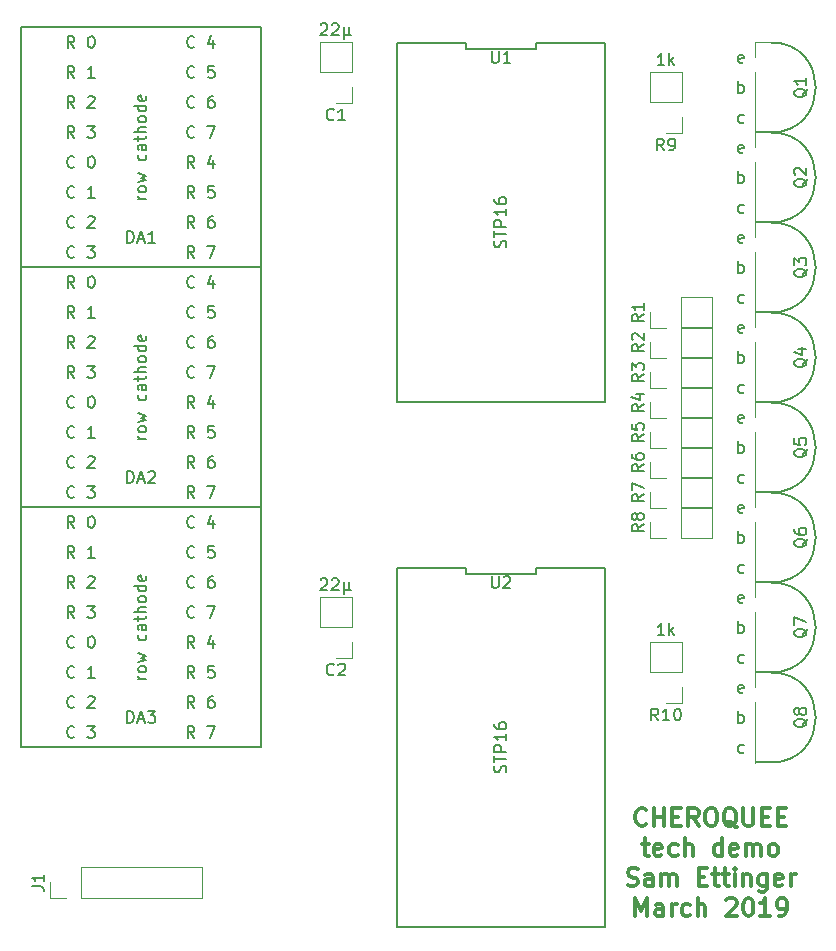
<source format=gbr>
G04 #@! TF.GenerationSoftware,KiCad,Pcbnew,(5.0.2)-1*
G04 #@! TF.CreationDate,2019-03-12T23:49:17-07:00*
G04 #@! TF.ProjectId,cheroquee_kicad,63686572-6f71-4756-9565-5f6b69636164,rev?*
G04 #@! TF.SameCoordinates,Original*
G04 #@! TF.FileFunction,Legend,Top*
G04 #@! TF.FilePolarity,Positive*
%FSLAX46Y46*%
G04 Gerber Fmt 4.6, Leading zero omitted, Abs format (unit mm)*
G04 Created by KiCad (PCBNEW (5.0.2)-1) date 3/12/2019 11:49:17 PM*
%MOMM*%
%LPD*%
G01*
G04 APERTURE LIST*
%ADD10C,0.300000*%
%ADD11C,0.120000*%
%ADD12C,0.152400*%
%ADD13C,0.150000*%
G04 APERTURE END LIST*
D10*
X78355714Y-108089714D02*
X78284285Y-108161142D01*
X78070000Y-108232571D01*
X77927142Y-108232571D01*
X77712857Y-108161142D01*
X77570000Y-108018285D01*
X77498571Y-107875428D01*
X77427142Y-107589714D01*
X77427142Y-107375428D01*
X77498571Y-107089714D01*
X77570000Y-106946857D01*
X77712857Y-106804000D01*
X77927142Y-106732571D01*
X78070000Y-106732571D01*
X78284285Y-106804000D01*
X78355714Y-106875428D01*
X78998571Y-108232571D02*
X78998571Y-106732571D01*
X78998571Y-107446857D02*
X79855714Y-107446857D01*
X79855714Y-108232571D02*
X79855714Y-106732571D01*
X80570000Y-107446857D02*
X81070000Y-107446857D01*
X81284285Y-108232571D02*
X80570000Y-108232571D01*
X80570000Y-106732571D01*
X81284285Y-106732571D01*
X82784285Y-108232571D02*
X82284285Y-107518285D01*
X81927142Y-108232571D02*
X81927142Y-106732571D01*
X82498571Y-106732571D01*
X82641428Y-106804000D01*
X82712857Y-106875428D01*
X82784285Y-107018285D01*
X82784285Y-107232571D01*
X82712857Y-107375428D01*
X82641428Y-107446857D01*
X82498571Y-107518285D01*
X81927142Y-107518285D01*
X83712857Y-106732571D02*
X83998571Y-106732571D01*
X84141428Y-106804000D01*
X84284285Y-106946857D01*
X84355714Y-107232571D01*
X84355714Y-107732571D01*
X84284285Y-108018285D01*
X84141428Y-108161142D01*
X83998571Y-108232571D01*
X83712857Y-108232571D01*
X83570000Y-108161142D01*
X83427142Y-108018285D01*
X83355714Y-107732571D01*
X83355714Y-107232571D01*
X83427142Y-106946857D01*
X83570000Y-106804000D01*
X83712857Y-106732571D01*
X85998571Y-108375428D02*
X85855714Y-108304000D01*
X85712857Y-108161142D01*
X85498571Y-107946857D01*
X85355714Y-107875428D01*
X85212857Y-107875428D01*
X85284285Y-108232571D02*
X85141428Y-108161142D01*
X84998571Y-108018285D01*
X84927142Y-107732571D01*
X84927142Y-107232571D01*
X84998571Y-106946857D01*
X85141428Y-106804000D01*
X85284285Y-106732571D01*
X85570000Y-106732571D01*
X85712857Y-106804000D01*
X85855714Y-106946857D01*
X85927142Y-107232571D01*
X85927142Y-107732571D01*
X85855714Y-108018285D01*
X85712857Y-108161142D01*
X85570000Y-108232571D01*
X85284285Y-108232571D01*
X86570000Y-106732571D02*
X86570000Y-107946857D01*
X86641428Y-108089714D01*
X86712857Y-108161142D01*
X86855714Y-108232571D01*
X87141428Y-108232571D01*
X87284285Y-108161142D01*
X87355714Y-108089714D01*
X87427142Y-107946857D01*
X87427142Y-106732571D01*
X88141428Y-107446857D02*
X88641428Y-107446857D01*
X88855714Y-108232571D02*
X88141428Y-108232571D01*
X88141428Y-106732571D01*
X88855714Y-106732571D01*
X89498571Y-107446857D02*
X89998571Y-107446857D01*
X90212857Y-108232571D02*
X89498571Y-108232571D01*
X89498571Y-106732571D01*
X90212857Y-106732571D01*
X77998571Y-109782571D02*
X78570000Y-109782571D01*
X78212857Y-109282571D02*
X78212857Y-110568285D01*
X78284285Y-110711142D01*
X78427142Y-110782571D01*
X78570000Y-110782571D01*
X79641428Y-110711142D02*
X79498571Y-110782571D01*
X79212857Y-110782571D01*
X79070000Y-110711142D01*
X78998571Y-110568285D01*
X78998571Y-109996857D01*
X79070000Y-109854000D01*
X79212857Y-109782571D01*
X79498571Y-109782571D01*
X79641428Y-109854000D01*
X79712857Y-109996857D01*
X79712857Y-110139714D01*
X78998571Y-110282571D01*
X80998571Y-110711142D02*
X80855714Y-110782571D01*
X80570000Y-110782571D01*
X80427142Y-110711142D01*
X80355714Y-110639714D01*
X80284285Y-110496857D01*
X80284285Y-110068285D01*
X80355714Y-109925428D01*
X80427142Y-109854000D01*
X80570000Y-109782571D01*
X80855714Y-109782571D01*
X80998571Y-109854000D01*
X81641428Y-110782571D02*
X81641428Y-109282571D01*
X82284285Y-110782571D02*
X82284285Y-109996857D01*
X82212857Y-109854000D01*
X82070000Y-109782571D01*
X81855714Y-109782571D01*
X81712857Y-109854000D01*
X81641428Y-109925428D01*
X84784285Y-110782571D02*
X84784285Y-109282571D01*
X84784285Y-110711142D02*
X84641428Y-110782571D01*
X84355714Y-110782571D01*
X84212857Y-110711142D01*
X84141428Y-110639714D01*
X84070000Y-110496857D01*
X84070000Y-110068285D01*
X84141428Y-109925428D01*
X84212857Y-109854000D01*
X84355714Y-109782571D01*
X84641428Y-109782571D01*
X84784285Y-109854000D01*
X86070000Y-110711142D02*
X85927142Y-110782571D01*
X85641428Y-110782571D01*
X85498571Y-110711142D01*
X85427142Y-110568285D01*
X85427142Y-109996857D01*
X85498571Y-109854000D01*
X85641428Y-109782571D01*
X85927142Y-109782571D01*
X86070000Y-109854000D01*
X86141428Y-109996857D01*
X86141428Y-110139714D01*
X85427142Y-110282571D01*
X86784285Y-110782571D02*
X86784285Y-109782571D01*
X86784285Y-109925428D02*
X86855714Y-109854000D01*
X86998571Y-109782571D01*
X87212857Y-109782571D01*
X87355714Y-109854000D01*
X87427142Y-109996857D01*
X87427142Y-110782571D01*
X87427142Y-109996857D02*
X87498571Y-109854000D01*
X87641428Y-109782571D01*
X87855714Y-109782571D01*
X87998571Y-109854000D01*
X88070000Y-109996857D01*
X88070000Y-110782571D01*
X88998571Y-110782571D02*
X88855714Y-110711142D01*
X88784285Y-110639714D01*
X88712857Y-110496857D01*
X88712857Y-110068285D01*
X88784285Y-109925428D01*
X88855714Y-109854000D01*
X88998571Y-109782571D01*
X89212857Y-109782571D01*
X89355714Y-109854000D01*
X89427142Y-109925428D01*
X89498571Y-110068285D01*
X89498571Y-110496857D01*
X89427142Y-110639714D01*
X89355714Y-110711142D01*
X89212857Y-110782571D01*
X88998571Y-110782571D01*
X76784285Y-113261142D02*
X76998571Y-113332571D01*
X77355714Y-113332571D01*
X77498571Y-113261142D01*
X77570000Y-113189714D01*
X77641428Y-113046857D01*
X77641428Y-112904000D01*
X77570000Y-112761142D01*
X77498571Y-112689714D01*
X77355714Y-112618285D01*
X77070000Y-112546857D01*
X76927142Y-112475428D01*
X76855714Y-112404000D01*
X76784285Y-112261142D01*
X76784285Y-112118285D01*
X76855714Y-111975428D01*
X76927142Y-111904000D01*
X77070000Y-111832571D01*
X77427142Y-111832571D01*
X77641428Y-111904000D01*
X78927142Y-113332571D02*
X78927142Y-112546857D01*
X78855714Y-112404000D01*
X78712857Y-112332571D01*
X78427142Y-112332571D01*
X78284285Y-112404000D01*
X78927142Y-113261142D02*
X78784285Y-113332571D01*
X78427142Y-113332571D01*
X78284285Y-113261142D01*
X78212857Y-113118285D01*
X78212857Y-112975428D01*
X78284285Y-112832571D01*
X78427142Y-112761142D01*
X78784285Y-112761142D01*
X78927142Y-112689714D01*
X79641428Y-113332571D02*
X79641428Y-112332571D01*
X79641428Y-112475428D02*
X79712857Y-112404000D01*
X79855714Y-112332571D01*
X80070000Y-112332571D01*
X80212857Y-112404000D01*
X80284285Y-112546857D01*
X80284285Y-113332571D01*
X80284285Y-112546857D02*
X80355714Y-112404000D01*
X80498571Y-112332571D01*
X80712857Y-112332571D01*
X80855714Y-112404000D01*
X80927142Y-112546857D01*
X80927142Y-113332571D01*
X82784285Y-112546857D02*
X83284285Y-112546857D01*
X83498571Y-113332571D02*
X82784285Y-113332571D01*
X82784285Y-111832571D01*
X83498571Y-111832571D01*
X83927142Y-112332571D02*
X84498571Y-112332571D01*
X84141428Y-111832571D02*
X84141428Y-113118285D01*
X84212857Y-113261142D01*
X84355714Y-113332571D01*
X84498571Y-113332571D01*
X84784285Y-112332571D02*
X85355714Y-112332571D01*
X84998571Y-111832571D02*
X84998571Y-113118285D01*
X85070000Y-113261142D01*
X85212857Y-113332571D01*
X85355714Y-113332571D01*
X85855714Y-113332571D02*
X85855714Y-112332571D01*
X85855714Y-111832571D02*
X85784285Y-111904000D01*
X85855714Y-111975428D01*
X85927142Y-111904000D01*
X85855714Y-111832571D01*
X85855714Y-111975428D01*
X86570000Y-112332571D02*
X86570000Y-113332571D01*
X86570000Y-112475428D02*
X86641428Y-112404000D01*
X86784285Y-112332571D01*
X86998571Y-112332571D01*
X87141428Y-112404000D01*
X87212857Y-112546857D01*
X87212857Y-113332571D01*
X88570000Y-112332571D02*
X88570000Y-113546857D01*
X88498571Y-113689714D01*
X88427142Y-113761142D01*
X88284285Y-113832571D01*
X88070000Y-113832571D01*
X87927142Y-113761142D01*
X88570000Y-113261142D02*
X88427142Y-113332571D01*
X88141428Y-113332571D01*
X87998571Y-113261142D01*
X87927142Y-113189714D01*
X87855714Y-113046857D01*
X87855714Y-112618285D01*
X87927142Y-112475428D01*
X87998571Y-112404000D01*
X88141428Y-112332571D01*
X88427142Y-112332571D01*
X88570000Y-112404000D01*
X89855714Y-113261142D02*
X89712857Y-113332571D01*
X89427142Y-113332571D01*
X89284285Y-113261142D01*
X89212857Y-113118285D01*
X89212857Y-112546857D01*
X89284285Y-112404000D01*
X89427142Y-112332571D01*
X89712857Y-112332571D01*
X89855714Y-112404000D01*
X89927142Y-112546857D01*
X89927142Y-112689714D01*
X89212857Y-112832571D01*
X90570000Y-113332571D02*
X90570000Y-112332571D01*
X90570000Y-112618285D02*
X90641428Y-112475428D01*
X90712857Y-112404000D01*
X90855714Y-112332571D01*
X90998571Y-112332571D01*
X77427142Y-115882571D02*
X77427142Y-114382571D01*
X77927142Y-115454000D01*
X78427142Y-114382571D01*
X78427142Y-115882571D01*
X79784285Y-115882571D02*
X79784285Y-115096857D01*
X79712857Y-114954000D01*
X79570000Y-114882571D01*
X79284285Y-114882571D01*
X79141428Y-114954000D01*
X79784285Y-115811142D02*
X79641428Y-115882571D01*
X79284285Y-115882571D01*
X79141428Y-115811142D01*
X79070000Y-115668285D01*
X79070000Y-115525428D01*
X79141428Y-115382571D01*
X79284285Y-115311142D01*
X79641428Y-115311142D01*
X79784285Y-115239714D01*
X80498571Y-115882571D02*
X80498571Y-114882571D01*
X80498571Y-115168285D02*
X80570000Y-115025428D01*
X80641428Y-114954000D01*
X80784285Y-114882571D01*
X80927142Y-114882571D01*
X82070000Y-115811142D02*
X81927142Y-115882571D01*
X81641428Y-115882571D01*
X81498571Y-115811142D01*
X81427142Y-115739714D01*
X81355714Y-115596857D01*
X81355714Y-115168285D01*
X81427142Y-115025428D01*
X81498571Y-114954000D01*
X81641428Y-114882571D01*
X81927142Y-114882571D01*
X82070000Y-114954000D01*
X82712857Y-115882571D02*
X82712857Y-114382571D01*
X83355714Y-115882571D02*
X83355714Y-115096857D01*
X83284285Y-114954000D01*
X83141428Y-114882571D01*
X82927142Y-114882571D01*
X82784285Y-114954000D01*
X82712857Y-115025428D01*
X85141428Y-114525428D02*
X85212857Y-114454000D01*
X85355714Y-114382571D01*
X85712857Y-114382571D01*
X85855714Y-114454000D01*
X85927142Y-114525428D01*
X85998571Y-114668285D01*
X85998571Y-114811142D01*
X85927142Y-115025428D01*
X85070000Y-115882571D01*
X85998571Y-115882571D01*
X86927142Y-114382571D02*
X87070000Y-114382571D01*
X87212857Y-114454000D01*
X87284285Y-114525428D01*
X87355714Y-114668285D01*
X87427142Y-114954000D01*
X87427142Y-115311142D01*
X87355714Y-115596857D01*
X87284285Y-115739714D01*
X87212857Y-115811142D01*
X87070000Y-115882571D01*
X86927142Y-115882571D01*
X86784285Y-115811142D01*
X86712857Y-115739714D01*
X86641428Y-115596857D01*
X86570000Y-115311142D01*
X86570000Y-114954000D01*
X86641428Y-114668285D01*
X86712857Y-114525428D01*
X86784285Y-114454000D01*
X86927142Y-114382571D01*
X88855714Y-115882571D02*
X87998571Y-115882571D01*
X88427142Y-115882571D02*
X88427142Y-114382571D01*
X88284285Y-114596857D01*
X88141428Y-114739714D01*
X87998571Y-114811142D01*
X89570000Y-115882571D02*
X89855714Y-115882571D01*
X89998571Y-115811142D01*
X90070000Y-115739714D01*
X90212857Y-115525428D01*
X90284285Y-115239714D01*
X90284285Y-114668285D01*
X90212857Y-114525428D01*
X90141428Y-114454000D01*
X89998571Y-114382571D01*
X89712857Y-114382571D01*
X89570000Y-114454000D01*
X89498571Y-114525428D01*
X89427142Y-114668285D01*
X89427142Y-115025428D01*
X89498571Y-115168285D01*
X89570000Y-115239714D01*
X89712857Y-115311142D01*
X89998571Y-115311142D01*
X90141428Y-115239714D01*
X90212857Y-115168285D01*
X90284285Y-115025428D01*
D11*
G04 #@! TO.C,C1*
X53400000Y-41850000D02*
X50740000Y-41850000D01*
X53400000Y-44450000D02*
X53400000Y-41850000D01*
X50740000Y-44450000D02*
X50740000Y-41850000D01*
X53400000Y-44450000D02*
X50740000Y-44450000D01*
X53400000Y-45720000D02*
X53400000Y-47050000D01*
X53400000Y-47050000D02*
X52070000Y-47050000D01*
G04 #@! TO.C,C2*
X53400000Y-94040000D02*
X52070000Y-94040000D01*
X53400000Y-92710000D02*
X53400000Y-94040000D01*
X53400000Y-91440000D02*
X50740000Y-91440000D01*
X50740000Y-91440000D02*
X50740000Y-88840000D01*
X53400000Y-91440000D02*
X53400000Y-88840000D01*
X53400000Y-88840000D02*
X50740000Y-88840000D01*
D12*
G04 #@! TO.C,DA1*
X25400000Y-60960000D02*
X25400000Y-40640000D01*
X45720000Y-60960000D02*
X25400000Y-60960000D01*
X45720000Y-40640000D02*
X45720000Y-60960000D01*
X25400000Y-40640000D02*
X45720000Y-40640000D01*
G04 #@! TO.C,DA2*
X25400000Y-60960000D02*
X45720000Y-60960000D01*
X45720000Y-60960000D02*
X45720000Y-81280000D01*
X45720000Y-81280000D02*
X25400000Y-81280000D01*
X25400000Y-81280000D02*
X25400000Y-60960000D01*
G04 #@! TO.C,DA3*
X25400000Y-81280000D02*
X45720000Y-81280000D01*
X45720000Y-81280000D02*
X45720000Y-101600000D01*
X45720000Y-101600000D02*
X25400000Y-101600000D01*
X25400000Y-101600000D02*
X25400000Y-81280000D01*
D11*
G04 #@! TO.C,J1*
X27880000Y-114360000D02*
X27880000Y-113030000D01*
X29210000Y-114360000D02*
X27880000Y-114360000D01*
X30480000Y-111700000D02*
X30480000Y-114360000D01*
X40700000Y-111700000D02*
X30480000Y-111700000D01*
X40700000Y-114360000D02*
X40700000Y-111700000D01*
X30480000Y-114360000D02*
X40700000Y-114360000D01*
G04 #@! TO.C,R1*
X83880000Y-66100000D02*
X83880000Y-63440000D01*
X81280000Y-66100000D02*
X83880000Y-66100000D01*
X81280000Y-63440000D02*
X83880000Y-63440000D01*
X81280000Y-66100000D02*
X81280000Y-63440000D01*
X80010000Y-66100000D02*
X78680000Y-66100000D01*
X78680000Y-66100000D02*
X78680000Y-64770000D01*
G04 #@! TO.C,R2*
X78680000Y-68640000D02*
X78680000Y-67310000D01*
X80010000Y-68640000D02*
X78680000Y-68640000D01*
X81280000Y-68640000D02*
X81280000Y-65980000D01*
X81280000Y-65980000D02*
X83880000Y-65980000D01*
X81280000Y-68640000D02*
X83880000Y-68640000D01*
X83880000Y-68640000D02*
X83880000Y-65980000D01*
G04 #@! TO.C,R3*
X83880000Y-71180000D02*
X83880000Y-68520000D01*
X81280000Y-71180000D02*
X83880000Y-71180000D01*
X81280000Y-68520000D02*
X83880000Y-68520000D01*
X81280000Y-71180000D02*
X81280000Y-68520000D01*
X80010000Y-71180000D02*
X78680000Y-71180000D01*
X78680000Y-71180000D02*
X78680000Y-69850000D01*
G04 #@! TO.C,R4*
X78680000Y-73720000D02*
X78680000Y-72390000D01*
X80010000Y-73720000D02*
X78680000Y-73720000D01*
X81280000Y-73720000D02*
X81280000Y-71060000D01*
X81280000Y-71060000D02*
X83880000Y-71060000D01*
X81280000Y-73720000D02*
X83880000Y-73720000D01*
X83880000Y-73720000D02*
X83880000Y-71060000D01*
G04 #@! TO.C,R5*
X78680000Y-76260000D02*
X78680000Y-74930000D01*
X80010000Y-76260000D02*
X78680000Y-76260000D01*
X81280000Y-76260000D02*
X81280000Y-73600000D01*
X81280000Y-73600000D02*
X83880000Y-73600000D01*
X81280000Y-76260000D02*
X83880000Y-76260000D01*
X83880000Y-76260000D02*
X83880000Y-73600000D01*
G04 #@! TO.C,R6*
X83880000Y-78800000D02*
X83880000Y-76140000D01*
X81280000Y-78800000D02*
X83880000Y-78800000D01*
X81280000Y-76140000D02*
X83880000Y-76140000D01*
X81280000Y-78800000D02*
X81280000Y-76140000D01*
X80010000Y-78800000D02*
X78680000Y-78800000D01*
X78680000Y-78800000D02*
X78680000Y-77470000D01*
G04 #@! TO.C,R7*
X78680000Y-81340000D02*
X78680000Y-80010000D01*
X80010000Y-81340000D02*
X78680000Y-81340000D01*
X81280000Y-81340000D02*
X81280000Y-78680000D01*
X81280000Y-78680000D02*
X83880000Y-78680000D01*
X81280000Y-81340000D02*
X83880000Y-81340000D01*
X83880000Y-81340000D02*
X83880000Y-78680000D01*
G04 #@! TO.C,R8*
X83880000Y-83880000D02*
X83880000Y-81220000D01*
X81280000Y-83880000D02*
X83880000Y-83880000D01*
X81280000Y-81220000D02*
X83880000Y-81220000D01*
X81280000Y-83880000D02*
X81280000Y-81220000D01*
X80010000Y-83880000D02*
X78680000Y-83880000D01*
X78680000Y-83880000D02*
X78680000Y-82550000D01*
G04 #@! TO.C,R9*
X81340000Y-49590000D02*
X80010000Y-49590000D01*
X81340000Y-48260000D02*
X81340000Y-49590000D01*
X81340000Y-46990000D02*
X78680000Y-46990000D01*
X78680000Y-46990000D02*
X78680000Y-44390000D01*
X81340000Y-46990000D02*
X81340000Y-44390000D01*
X81340000Y-44390000D02*
X78680000Y-44390000D01*
G04 #@! TO.C,R10*
X81340000Y-92650000D02*
X78680000Y-92650000D01*
X81340000Y-95250000D02*
X81340000Y-92650000D01*
X78680000Y-95250000D02*
X78680000Y-92650000D01*
X81340000Y-95250000D02*
X78680000Y-95250000D01*
X81340000Y-96520000D02*
X81340000Y-97850000D01*
X81340000Y-97850000D02*
X80010000Y-97850000D01*
D13*
G04 #@! TO.C,U1*
X57215001Y-41975000D02*
X57215000Y-72390000D01*
X57215000Y-72390000D02*
X74864999Y-72390000D01*
X74864999Y-72390000D02*
X74865000Y-41975000D01*
X74865000Y-41975000D02*
X68981666Y-41975000D01*
X68981666Y-41975000D02*
X68981666Y-42425000D01*
X68981666Y-42425000D02*
X63098334Y-42425000D01*
X63098334Y-42425000D02*
X63098334Y-41975000D01*
X63098334Y-41975000D02*
X57215001Y-41975000D01*
G04 #@! TO.C,U2*
X63098334Y-86425000D02*
X57215001Y-86425000D01*
X63098334Y-86875000D02*
X63098334Y-86425000D01*
X68981666Y-86875000D02*
X63098334Y-86875000D01*
X68981666Y-86425000D02*
X68981666Y-86875000D01*
X74865000Y-86425000D02*
X68981666Y-86425000D01*
X74864999Y-116840000D02*
X74865000Y-86425000D01*
X57215000Y-116840000D02*
X74864999Y-116840000D01*
X57215001Y-86425000D02*
X57215000Y-116840000D01*
D11*
G04 #@! TO.C,Q1*
X87570000Y-41850000D02*
X88900000Y-41850000D01*
X87570000Y-43180000D02*
X87570000Y-41850000D01*
X87570000Y-44450000D02*
X87570000Y-49590000D01*
D13*
X88900000Y-41910000D02*
G75*
G02X88900000Y-49530000I0J-3810000D01*
G01*
X88900000Y-49530000D02*
X87630000Y-49530000D01*
G04 #@! TO.C,Q2*
X88900000Y-57150000D02*
X87630000Y-57150000D01*
X88900000Y-49530000D02*
G75*
G02X88900000Y-57150000I0J-3810000D01*
G01*
D11*
X87570000Y-52070000D02*
X87570000Y-57210000D01*
X87570000Y-50800000D02*
X87570000Y-49470000D01*
X87570000Y-49470000D02*
X88900000Y-49470000D01*
G04 #@! TO.C,Q3*
X87570000Y-57090000D02*
X88900000Y-57090000D01*
X87570000Y-58420000D02*
X87570000Y-57090000D01*
X87570000Y-59690000D02*
X87570000Y-64830000D01*
D13*
X88900000Y-57150000D02*
G75*
G02X88900000Y-64770000I0J-3810000D01*
G01*
X88900000Y-64770000D02*
X87630000Y-64770000D01*
G04 #@! TO.C,Q4*
X88900000Y-72390000D02*
X87630000Y-72390000D01*
X88900000Y-64770000D02*
G75*
G02X88900000Y-72390000I0J-3810000D01*
G01*
D11*
X87570000Y-67310000D02*
X87570000Y-72450000D01*
X87570000Y-66040000D02*
X87570000Y-64710000D01*
X87570000Y-64710000D02*
X88900000Y-64710000D01*
G04 #@! TO.C,Q5*
X87570000Y-72330000D02*
X88900000Y-72330000D01*
X87570000Y-73660000D02*
X87570000Y-72330000D01*
X87570000Y-74930000D02*
X87570000Y-80070000D01*
D13*
X88900000Y-72390000D02*
G75*
G02X88900000Y-80010000I0J-3810000D01*
G01*
X88900000Y-80010000D02*
X87630000Y-80010000D01*
G04 #@! TO.C,Q6*
X88900000Y-87630000D02*
X87630000Y-87630000D01*
X88900000Y-80010000D02*
G75*
G02X88900000Y-87630000I0J-3810000D01*
G01*
D11*
X87570000Y-82550000D02*
X87570000Y-87690000D01*
X87570000Y-81280000D02*
X87570000Y-79950000D01*
X87570000Y-79950000D02*
X88900000Y-79950000D01*
G04 #@! TO.C,Q7*
X87570000Y-87570000D02*
X88900000Y-87570000D01*
X87570000Y-88900000D02*
X87570000Y-87570000D01*
X87570000Y-90170000D02*
X87570000Y-95310000D01*
D13*
X88900000Y-87630000D02*
G75*
G02X88900000Y-95250000I0J-3810000D01*
G01*
X88900000Y-95250000D02*
X87630000Y-95250000D01*
G04 #@! TO.C,Q8*
X88900000Y-102870000D02*
X87630000Y-102870000D01*
X88900000Y-95250000D02*
G75*
G02X88900000Y-102870000I0J-3810000D01*
G01*
D11*
X87570000Y-97790000D02*
X87570000Y-102930000D01*
X87570000Y-96520000D02*
X87570000Y-95190000D01*
X87570000Y-95190000D02*
X88900000Y-95190000D01*
G04 #@! TO.C,C1*
D13*
X51903333Y-48407142D02*
X51855714Y-48454761D01*
X51712857Y-48502380D01*
X51617619Y-48502380D01*
X51474761Y-48454761D01*
X51379523Y-48359523D01*
X51331904Y-48264285D01*
X51284285Y-48073809D01*
X51284285Y-47930952D01*
X51331904Y-47740476D01*
X51379523Y-47645238D01*
X51474761Y-47550000D01*
X51617619Y-47502380D01*
X51712857Y-47502380D01*
X51855714Y-47550000D01*
X51903333Y-47597619D01*
X52855714Y-48502380D02*
X52284285Y-48502380D01*
X52570000Y-48502380D02*
X52570000Y-47502380D01*
X52474761Y-47645238D01*
X52379523Y-47740476D01*
X52284285Y-47788095D01*
X50784285Y-40397619D02*
X50831904Y-40350000D01*
X50927142Y-40302380D01*
X51165238Y-40302380D01*
X51260476Y-40350000D01*
X51308095Y-40397619D01*
X51355714Y-40492857D01*
X51355714Y-40588095D01*
X51308095Y-40730952D01*
X50736666Y-41302380D01*
X51355714Y-41302380D01*
X51736666Y-40397619D02*
X51784285Y-40350000D01*
X51879523Y-40302380D01*
X52117619Y-40302380D01*
X52212857Y-40350000D01*
X52260476Y-40397619D01*
X52308095Y-40492857D01*
X52308095Y-40588095D01*
X52260476Y-40730952D01*
X51689047Y-41302380D01*
X52308095Y-41302380D01*
X52736666Y-40635714D02*
X52736666Y-41635714D01*
X53212857Y-41159523D02*
X53260476Y-41254761D01*
X53355714Y-41302380D01*
X52736666Y-41159523D02*
X52784285Y-41254761D01*
X52879523Y-41302380D01*
X53070000Y-41302380D01*
X53165238Y-41254761D01*
X53212857Y-41159523D01*
X53212857Y-40635714D01*
G04 #@! TO.C,C2*
X51903333Y-95397142D02*
X51855714Y-95444761D01*
X51712857Y-95492380D01*
X51617619Y-95492380D01*
X51474761Y-95444761D01*
X51379523Y-95349523D01*
X51331904Y-95254285D01*
X51284285Y-95063809D01*
X51284285Y-94920952D01*
X51331904Y-94730476D01*
X51379523Y-94635238D01*
X51474761Y-94540000D01*
X51617619Y-94492380D01*
X51712857Y-94492380D01*
X51855714Y-94540000D01*
X51903333Y-94587619D01*
X52284285Y-94587619D02*
X52331904Y-94540000D01*
X52427142Y-94492380D01*
X52665238Y-94492380D01*
X52760476Y-94540000D01*
X52808095Y-94587619D01*
X52855714Y-94682857D01*
X52855714Y-94778095D01*
X52808095Y-94920952D01*
X52236666Y-95492380D01*
X52855714Y-95492380D01*
X50784285Y-87387619D02*
X50831904Y-87340000D01*
X50927142Y-87292380D01*
X51165238Y-87292380D01*
X51260476Y-87340000D01*
X51308095Y-87387619D01*
X51355714Y-87482857D01*
X51355714Y-87578095D01*
X51308095Y-87720952D01*
X50736666Y-88292380D01*
X51355714Y-88292380D01*
X51736666Y-87387619D02*
X51784285Y-87340000D01*
X51879523Y-87292380D01*
X52117619Y-87292380D01*
X52212857Y-87340000D01*
X52260476Y-87387619D01*
X52308095Y-87482857D01*
X52308095Y-87578095D01*
X52260476Y-87720952D01*
X51689047Y-88292380D01*
X52308095Y-88292380D01*
X52736666Y-87625714D02*
X52736666Y-88625714D01*
X53212857Y-88149523D02*
X53260476Y-88244761D01*
X53355714Y-88292380D01*
X52736666Y-88149523D02*
X52784285Y-88244761D01*
X52879523Y-88292380D01*
X53070000Y-88292380D01*
X53165238Y-88244761D01*
X53212857Y-88149523D01*
X53212857Y-87625714D01*
G04 #@! TO.C,DA1*
X34393333Y-58872380D02*
X34393333Y-57872380D01*
X34631428Y-57872380D01*
X34774285Y-57920000D01*
X34869523Y-58015238D01*
X34917142Y-58110476D01*
X34964761Y-58300952D01*
X34964761Y-58443809D01*
X34917142Y-58634285D01*
X34869523Y-58729523D01*
X34774285Y-58824761D01*
X34631428Y-58872380D01*
X34393333Y-58872380D01*
X35345714Y-58586666D02*
X35821904Y-58586666D01*
X35250476Y-58872380D02*
X35583809Y-57872380D01*
X35917142Y-58872380D01*
X36774285Y-58872380D02*
X36202857Y-58872380D01*
X36488571Y-58872380D02*
X36488571Y-57872380D01*
X36393333Y-58015238D01*
X36298095Y-58110476D01*
X36202857Y-58158095D01*
X29932380Y-42362380D02*
X29599047Y-41886190D01*
X29360952Y-42362380D02*
X29360952Y-41362380D01*
X29741904Y-41362380D01*
X29837142Y-41410000D01*
X29884761Y-41457619D01*
X29932380Y-41552857D01*
X29932380Y-41695714D01*
X29884761Y-41790952D01*
X29837142Y-41838571D01*
X29741904Y-41886190D01*
X29360952Y-41886190D01*
X31313333Y-41362380D02*
X31408571Y-41362380D01*
X31503809Y-41410000D01*
X31551428Y-41457619D01*
X31599047Y-41552857D01*
X31646666Y-41743333D01*
X31646666Y-41981428D01*
X31599047Y-42171904D01*
X31551428Y-42267142D01*
X31503809Y-42314761D01*
X31408571Y-42362380D01*
X31313333Y-42362380D01*
X31218095Y-42314761D01*
X31170476Y-42267142D01*
X31122857Y-42171904D01*
X31075238Y-41981428D01*
X31075238Y-41743333D01*
X31122857Y-41552857D01*
X31170476Y-41457619D01*
X31218095Y-41410000D01*
X31313333Y-41362380D01*
X29932380Y-44902380D02*
X29599047Y-44426190D01*
X29360952Y-44902380D02*
X29360952Y-43902380D01*
X29741904Y-43902380D01*
X29837142Y-43950000D01*
X29884761Y-43997619D01*
X29932380Y-44092857D01*
X29932380Y-44235714D01*
X29884761Y-44330952D01*
X29837142Y-44378571D01*
X29741904Y-44426190D01*
X29360952Y-44426190D01*
X31646666Y-44902380D02*
X31075238Y-44902380D01*
X31360952Y-44902380D02*
X31360952Y-43902380D01*
X31265714Y-44045238D01*
X31170476Y-44140476D01*
X31075238Y-44188095D01*
X29932380Y-47442380D02*
X29599047Y-46966190D01*
X29360952Y-47442380D02*
X29360952Y-46442380D01*
X29741904Y-46442380D01*
X29837142Y-46490000D01*
X29884761Y-46537619D01*
X29932380Y-46632857D01*
X29932380Y-46775714D01*
X29884761Y-46870952D01*
X29837142Y-46918571D01*
X29741904Y-46966190D01*
X29360952Y-46966190D01*
X31075238Y-46537619D02*
X31122857Y-46490000D01*
X31218095Y-46442380D01*
X31456190Y-46442380D01*
X31551428Y-46490000D01*
X31599047Y-46537619D01*
X31646666Y-46632857D01*
X31646666Y-46728095D01*
X31599047Y-46870952D01*
X31027619Y-47442380D01*
X31646666Y-47442380D01*
X29932380Y-49982380D02*
X29599047Y-49506190D01*
X29360952Y-49982380D02*
X29360952Y-48982380D01*
X29741904Y-48982380D01*
X29837142Y-49030000D01*
X29884761Y-49077619D01*
X29932380Y-49172857D01*
X29932380Y-49315714D01*
X29884761Y-49410952D01*
X29837142Y-49458571D01*
X29741904Y-49506190D01*
X29360952Y-49506190D01*
X31027619Y-48982380D02*
X31646666Y-48982380D01*
X31313333Y-49363333D01*
X31456190Y-49363333D01*
X31551428Y-49410952D01*
X31599047Y-49458571D01*
X31646666Y-49553809D01*
X31646666Y-49791904D01*
X31599047Y-49887142D01*
X31551428Y-49934761D01*
X31456190Y-49982380D01*
X31170476Y-49982380D01*
X31075238Y-49934761D01*
X31027619Y-49887142D01*
X29932380Y-52427142D02*
X29884761Y-52474761D01*
X29741904Y-52522380D01*
X29646666Y-52522380D01*
X29503809Y-52474761D01*
X29408571Y-52379523D01*
X29360952Y-52284285D01*
X29313333Y-52093809D01*
X29313333Y-51950952D01*
X29360952Y-51760476D01*
X29408571Y-51665238D01*
X29503809Y-51570000D01*
X29646666Y-51522380D01*
X29741904Y-51522380D01*
X29884761Y-51570000D01*
X29932380Y-51617619D01*
X31313333Y-51522380D02*
X31408571Y-51522380D01*
X31503809Y-51570000D01*
X31551428Y-51617619D01*
X31599047Y-51712857D01*
X31646666Y-51903333D01*
X31646666Y-52141428D01*
X31599047Y-52331904D01*
X31551428Y-52427142D01*
X31503809Y-52474761D01*
X31408571Y-52522380D01*
X31313333Y-52522380D01*
X31218095Y-52474761D01*
X31170476Y-52427142D01*
X31122857Y-52331904D01*
X31075238Y-52141428D01*
X31075238Y-51903333D01*
X31122857Y-51712857D01*
X31170476Y-51617619D01*
X31218095Y-51570000D01*
X31313333Y-51522380D01*
X29932380Y-54967142D02*
X29884761Y-55014761D01*
X29741904Y-55062380D01*
X29646666Y-55062380D01*
X29503809Y-55014761D01*
X29408571Y-54919523D01*
X29360952Y-54824285D01*
X29313333Y-54633809D01*
X29313333Y-54490952D01*
X29360952Y-54300476D01*
X29408571Y-54205238D01*
X29503809Y-54110000D01*
X29646666Y-54062380D01*
X29741904Y-54062380D01*
X29884761Y-54110000D01*
X29932380Y-54157619D01*
X31646666Y-55062380D02*
X31075238Y-55062380D01*
X31360952Y-55062380D02*
X31360952Y-54062380D01*
X31265714Y-54205238D01*
X31170476Y-54300476D01*
X31075238Y-54348095D01*
X29932380Y-57507142D02*
X29884761Y-57554761D01*
X29741904Y-57602380D01*
X29646666Y-57602380D01*
X29503809Y-57554761D01*
X29408571Y-57459523D01*
X29360952Y-57364285D01*
X29313333Y-57173809D01*
X29313333Y-57030952D01*
X29360952Y-56840476D01*
X29408571Y-56745238D01*
X29503809Y-56650000D01*
X29646666Y-56602380D01*
X29741904Y-56602380D01*
X29884761Y-56650000D01*
X29932380Y-56697619D01*
X31075238Y-56697619D02*
X31122857Y-56650000D01*
X31218095Y-56602380D01*
X31456190Y-56602380D01*
X31551428Y-56650000D01*
X31599047Y-56697619D01*
X31646666Y-56792857D01*
X31646666Y-56888095D01*
X31599047Y-57030952D01*
X31027619Y-57602380D01*
X31646666Y-57602380D01*
X29932380Y-60047142D02*
X29884761Y-60094761D01*
X29741904Y-60142380D01*
X29646666Y-60142380D01*
X29503809Y-60094761D01*
X29408571Y-59999523D01*
X29360952Y-59904285D01*
X29313333Y-59713809D01*
X29313333Y-59570952D01*
X29360952Y-59380476D01*
X29408571Y-59285238D01*
X29503809Y-59190000D01*
X29646666Y-59142380D01*
X29741904Y-59142380D01*
X29884761Y-59190000D01*
X29932380Y-59237619D01*
X31027619Y-59142380D02*
X31646666Y-59142380D01*
X31313333Y-59523333D01*
X31456190Y-59523333D01*
X31551428Y-59570952D01*
X31599047Y-59618571D01*
X31646666Y-59713809D01*
X31646666Y-59951904D01*
X31599047Y-60047142D01*
X31551428Y-60094761D01*
X31456190Y-60142380D01*
X31170476Y-60142380D01*
X31075238Y-60094761D01*
X31027619Y-60047142D01*
X40092380Y-52522380D02*
X39759047Y-52046190D01*
X39520952Y-52522380D02*
X39520952Y-51522380D01*
X39901904Y-51522380D01*
X39997142Y-51570000D01*
X40044761Y-51617619D01*
X40092380Y-51712857D01*
X40092380Y-51855714D01*
X40044761Y-51950952D01*
X39997142Y-51998571D01*
X39901904Y-52046190D01*
X39520952Y-52046190D01*
X41711428Y-51855714D02*
X41711428Y-52522380D01*
X41473333Y-51474761D02*
X41235238Y-52189047D01*
X41854285Y-52189047D01*
X40092380Y-55062380D02*
X39759047Y-54586190D01*
X39520952Y-55062380D02*
X39520952Y-54062380D01*
X39901904Y-54062380D01*
X39997142Y-54110000D01*
X40044761Y-54157619D01*
X40092380Y-54252857D01*
X40092380Y-54395714D01*
X40044761Y-54490952D01*
X39997142Y-54538571D01*
X39901904Y-54586190D01*
X39520952Y-54586190D01*
X41759047Y-54062380D02*
X41282857Y-54062380D01*
X41235238Y-54538571D01*
X41282857Y-54490952D01*
X41378095Y-54443333D01*
X41616190Y-54443333D01*
X41711428Y-54490952D01*
X41759047Y-54538571D01*
X41806666Y-54633809D01*
X41806666Y-54871904D01*
X41759047Y-54967142D01*
X41711428Y-55014761D01*
X41616190Y-55062380D01*
X41378095Y-55062380D01*
X41282857Y-55014761D01*
X41235238Y-54967142D01*
X40092380Y-57602380D02*
X39759047Y-57126190D01*
X39520952Y-57602380D02*
X39520952Y-56602380D01*
X39901904Y-56602380D01*
X39997142Y-56650000D01*
X40044761Y-56697619D01*
X40092380Y-56792857D01*
X40092380Y-56935714D01*
X40044761Y-57030952D01*
X39997142Y-57078571D01*
X39901904Y-57126190D01*
X39520952Y-57126190D01*
X41711428Y-56602380D02*
X41520952Y-56602380D01*
X41425714Y-56650000D01*
X41378095Y-56697619D01*
X41282857Y-56840476D01*
X41235238Y-57030952D01*
X41235238Y-57411904D01*
X41282857Y-57507142D01*
X41330476Y-57554761D01*
X41425714Y-57602380D01*
X41616190Y-57602380D01*
X41711428Y-57554761D01*
X41759047Y-57507142D01*
X41806666Y-57411904D01*
X41806666Y-57173809D01*
X41759047Y-57078571D01*
X41711428Y-57030952D01*
X41616190Y-56983333D01*
X41425714Y-56983333D01*
X41330476Y-57030952D01*
X41282857Y-57078571D01*
X41235238Y-57173809D01*
X40092380Y-60142380D02*
X39759047Y-59666190D01*
X39520952Y-60142380D02*
X39520952Y-59142380D01*
X39901904Y-59142380D01*
X39997142Y-59190000D01*
X40044761Y-59237619D01*
X40092380Y-59332857D01*
X40092380Y-59475714D01*
X40044761Y-59570952D01*
X39997142Y-59618571D01*
X39901904Y-59666190D01*
X39520952Y-59666190D01*
X41187619Y-59142380D02*
X41854285Y-59142380D01*
X41425714Y-60142380D01*
X40092380Y-42267142D02*
X40044761Y-42314761D01*
X39901904Y-42362380D01*
X39806666Y-42362380D01*
X39663809Y-42314761D01*
X39568571Y-42219523D01*
X39520952Y-42124285D01*
X39473333Y-41933809D01*
X39473333Y-41790952D01*
X39520952Y-41600476D01*
X39568571Y-41505238D01*
X39663809Y-41410000D01*
X39806666Y-41362380D01*
X39901904Y-41362380D01*
X40044761Y-41410000D01*
X40092380Y-41457619D01*
X41711428Y-41695714D02*
X41711428Y-42362380D01*
X41473333Y-41314761D02*
X41235238Y-42029047D01*
X41854285Y-42029047D01*
X40092380Y-44807142D02*
X40044761Y-44854761D01*
X39901904Y-44902380D01*
X39806666Y-44902380D01*
X39663809Y-44854761D01*
X39568571Y-44759523D01*
X39520952Y-44664285D01*
X39473333Y-44473809D01*
X39473333Y-44330952D01*
X39520952Y-44140476D01*
X39568571Y-44045238D01*
X39663809Y-43950000D01*
X39806666Y-43902380D01*
X39901904Y-43902380D01*
X40044761Y-43950000D01*
X40092380Y-43997619D01*
X41759047Y-43902380D02*
X41282857Y-43902380D01*
X41235238Y-44378571D01*
X41282857Y-44330952D01*
X41378095Y-44283333D01*
X41616190Y-44283333D01*
X41711428Y-44330952D01*
X41759047Y-44378571D01*
X41806666Y-44473809D01*
X41806666Y-44711904D01*
X41759047Y-44807142D01*
X41711428Y-44854761D01*
X41616190Y-44902380D01*
X41378095Y-44902380D01*
X41282857Y-44854761D01*
X41235238Y-44807142D01*
X40092380Y-47347142D02*
X40044761Y-47394761D01*
X39901904Y-47442380D01*
X39806666Y-47442380D01*
X39663809Y-47394761D01*
X39568571Y-47299523D01*
X39520952Y-47204285D01*
X39473333Y-47013809D01*
X39473333Y-46870952D01*
X39520952Y-46680476D01*
X39568571Y-46585238D01*
X39663809Y-46490000D01*
X39806666Y-46442380D01*
X39901904Y-46442380D01*
X40044761Y-46490000D01*
X40092380Y-46537619D01*
X41711428Y-46442380D02*
X41520952Y-46442380D01*
X41425714Y-46490000D01*
X41378095Y-46537619D01*
X41282857Y-46680476D01*
X41235238Y-46870952D01*
X41235238Y-47251904D01*
X41282857Y-47347142D01*
X41330476Y-47394761D01*
X41425714Y-47442380D01*
X41616190Y-47442380D01*
X41711428Y-47394761D01*
X41759047Y-47347142D01*
X41806666Y-47251904D01*
X41806666Y-47013809D01*
X41759047Y-46918571D01*
X41711428Y-46870952D01*
X41616190Y-46823333D01*
X41425714Y-46823333D01*
X41330476Y-46870952D01*
X41282857Y-46918571D01*
X41235238Y-47013809D01*
X40092380Y-49887142D02*
X40044761Y-49934761D01*
X39901904Y-49982380D01*
X39806666Y-49982380D01*
X39663809Y-49934761D01*
X39568571Y-49839523D01*
X39520952Y-49744285D01*
X39473333Y-49553809D01*
X39473333Y-49410952D01*
X39520952Y-49220476D01*
X39568571Y-49125238D01*
X39663809Y-49030000D01*
X39806666Y-48982380D01*
X39901904Y-48982380D01*
X40044761Y-49030000D01*
X40092380Y-49077619D01*
X41187619Y-48982380D02*
X41854285Y-48982380D01*
X41425714Y-49982380D01*
X36012380Y-55180952D02*
X35345714Y-55180952D01*
X35536190Y-55180952D02*
X35440952Y-55133333D01*
X35393333Y-55085714D01*
X35345714Y-54990476D01*
X35345714Y-54895238D01*
X36012380Y-54419047D02*
X35964761Y-54514285D01*
X35917142Y-54561904D01*
X35821904Y-54609523D01*
X35536190Y-54609523D01*
X35440952Y-54561904D01*
X35393333Y-54514285D01*
X35345714Y-54419047D01*
X35345714Y-54276190D01*
X35393333Y-54180952D01*
X35440952Y-54133333D01*
X35536190Y-54085714D01*
X35821904Y-54085714D01*
X35917142Y-54133333D01*
X35964761Y-54180952D01*
X36012380Y-54276190D01*
X36012380Y-54419047D01*
X35345714Y-53752380D02*
X36012380Y-53561904D01*
X35536190Y-53371428D01*
X36012380Y-53180952D01*
X35345714Y-52990476D01*
X35964761Y-51419047D02*
X36012380Y-51514285D01*
X36012380Y-51704761D01*
X35964761Y-51800000D01*
X35917142Y-51847619D01*
X35821904Y-51895238D01*
X35536190Y-51895238D01*
X35440952Y-51847619D01*
X35393333Y-51800000D01*
X35345714Y-51704761D01*
X35345714Y-51514285D01*
X35393333Y-51419047D01*
X36012380Y-50561904D02*
X35488571Y-50561904D01*
X35393333Y-50609523D01*
X35345714Y-50704761D01*
X35345714Y-50895238D01*
X35393333Y-50990476D01*
X35964761Y-50561904D02*
X36012380Y-50657142D01*
X36012380Y-50895238D01*
X35964761Y-50990476D01*
X35869523Y-51038095D01*
X35774285Y-51038095D01*
X35679047Y-50990476D01*
X35631428Y-50895238D01*
X35631428Y-50657142D01*
X35583809Y-50561904D01*
X35345714Y-50228571D02*
X35345714Y-49847619D01*
X35012380Y-50085714D02*
X35869523Y-50085714D01*
X35964761Y-50038095D01*
X36012380Y-49942857D01*
X36012380Y-49847619D01*
X36012380Y-49514285D02*
X35012380Y-49514285D01*
X36012380Y-49085714D02*
X35488571Y-49085714D01*
X35393333Y-49133333D01*
X35345714Y-49228571D01*
X35345714Y-49371428D01*
X35393333Y-49466666D01*
X35440952Y-49514285D01*
X36012380Y-48466666D02*
X35964761Y-48561904D01*
X35917142Y-48609523D01*
X35821904Y-48657142D01*
X35536190Y-48657142D01*
X35440952Y-48609523D01*
X35393333Y-48561904D01*
X35345714Y-48466666D01*
X35345714Y-48323809D01*
X35393333Y-48228571D01*
X35440952Y-48180952D01*
X35536190Y-48133333D01*
X35821904Y-48133333D01*
X35917142Y-48180952D01*
X35964761Y-48228571D01*
X36012380Y-48323809D01*
X36012380Y-48466666D01*
X36012380Y-47276190D02*
X35012380Y-47276190D01*
X35964761Y-47276190D02*
X36012380Y-47371428D01*
X36012380Y-47561904D01*
X35964761Y-47657142D01*
X35917142Y-47704761D01*
X35821904Y-47752380D01*
X35536190Y-47752380D01*
X35440952Y-47704761D01*
X35393333Y-47657142D01*
X35345714Y-47561904D01*
X35345714Y-47371428D01*
X35393333Y-47276190D01*
X35964761Y-46419047D02*
X36012380Y-46514285D01*
X36012380Y-46704761D01*
X35964761Y-46800000D01*
X35869523Y-46847619D01*
X35488571Y-46847619D01*
X35393333Y-46800000D01*
X35345714Y-46704761D01*
X35345714Y-46514285D01*
X35393333Y-46419047D01*
X35488571Y-46371428D01*
X35583809Y-46371428D01*
X35679047Y-46847619D01*
G04 #@! TO.C,DA2*
X34393333Y-79192380D02*
X34393333Y-78192380D01*
X34631428Y-78192380D01*
X34774285Y-78240000D01*
X34869523Y-78335238D01*
X34917142Y-78430476D01*
X34964761Y-78620952D01*
X34964761Y-78763809D01*
X34917142Y-78954285D01*
X34869523Y-79049523D01*
X34774285Y-79144761D01*
X34631428Y-79192380D01*
X34393333Y-79192380D01*
X35345714Y-78906666D02*
X35821904Y-78906666D01*
X35250476Y-79192380D02*
X35583809Y-78192380D01*
X35917142Y-79192380D01*
X36202857Y-78287619D02*
X36250476Y-78240000D01*
X36345714Y-78192380D01*
X36583809Y-78192380D01*
X36679047Y-78240000D01*
X36726666Y-78287619D01*
X36774285Y-78382857D01*
X36774285Y-78478095D01*
X36726666Y-78620952D01*
X36155238Y-79192380D01*
X36774285Y-79192380D01*
X36012380Y-75500952D02*
X35345714Y-75500952D01*
X35536190Y-75500952D02*
X35440952Y-75453333D01*
X35393333Y-75405714D01*
X35345714Y-75310476D01*
X35345714Y-75215238D01*
X36012380Y-74739047D02*
X35964761Y-74834285D01*
X35917142Y-74881904D01*
X35821904Y-74929523D01*
X35536190Y-74929523D01*
X35440952Y-74881904D01*
X35393333Y-74834285D01*
X35345714Y-74739047D01*
X35345714Y-74596190D01*
X35393333Y-74500952D01*
X35440952Y-74453333D01*
X35536190Y-74405714D01*
X35821904Y-74405714D01*
X35917142Y-74453333D01*
X35964761Y-74500952D01*
X36012380Y-74596190D01*
X36012380Y-74739047D01*
X35345714Y-74072380D02*
X36012380Y-73881904D01*
X35536190Y-73691428D01*
X36012380Y-73500952D01*
X35345714Y-73310476D01*
X35964761Y-71739047D02*
X36012380Y-71834285D01*
X36012380Y-72024761D01*
X35964761Y-72120000D01*
X35917142Y-72167619D01*
X35821904Y-72215238D01*
X35536190Y-72215238D01*
X35440952Y-72167619D01*
X35393333Y-72120000D01*
X35345714Y-72024761D01*
X35345714Y-71834285D01*
X35393333Y-71739047D01*
X36012380Y-70881904D02*
X35488571Y-70881904D01*
X35393333Y-70929523D01*
X35345714Y-71024761D01*
X35345714Y-71215238D01*
X35393333Y-71310476D01*
X35964761Y-70881904D02*
X36012380Y-70977142D01*
X36012380Y-71215238D01*
X35964761Y-71310476D01*
X35869523Y-71358095D01*
X35774285Y-71358095D01*
X35679047Y-71310476D01*
X35631428Y-71215238D01*
X35631428Y-70977142D01*
X35583809Y-70881904D01*
X35345714Y-70548571D02*
X35345714Y-70167619D01*
X35012380Y-70405714D02*
X35869523Y-70405714D01*
X35964761Y-70358095D01*
X36012380Y-70262857D01*
X36012380Y-70167619D01*
X36012380Y-69834285D02*
X35012380Y-69834285D01*
X36012380Y-69405714D02*
X35488571Y-69405714D01*
X35393333Y-69453333D01*
X35345714Y-69548571D01*
X35345714Y-69691428D01*
X35393333Y-69786666D01*
X35440952Y-69834285D01*
X36012380Y-68786666D02*
X35964761Y-68881904D01*
X35917142Y-68929523D01*
X35821904Y-68977142D01*
X35536190Y-68977142D01*
X35440952Y-68929523D01*
X35393333Y-68881904D01*
X35345714Y-68786666D01*
X35345714Y-68643809D01*
X35393333Y-68548571D01*
X35440952Y-68500952D01*
X35536190Y-68453333D01*
X35821904Y-68453333D01*
X35917142Y-68500952D01*
X35964761Y-68548571D01*
X36012380Y-68643809D01*
X36012380Y-68786666D01*
X36012380Y-67596190D02*
X35012380Y-67596190D01*
X35964761Y-67596190D02*
X36012380Y-67691428D01*
X36012380Y-67881904D01*
X35964761Y-67977142D01*
X35917142Y-68024761D01*
X35821904Y-68072380D01*
X35536190Y-68072380D01*
X35440952Y-68024761D01*
X35393333Y-67977142D01*
X35345714Y-67881904D01*
X35345714Y-67691428D01*
X35393333Y-67596190D01*
X35964761Y-66739047D02*
X36012380Y-66834285D01*
X36012380Y-67024761D01*
X35964761Y-67120000D01*
X35869523Y-67167619D01*
X35488571Y-67167619D01*
X35393333Y-67120000D01*
X35345714Y-67024761D01*
X35345714Y-66834285D01*
X35393333Y-66739047D01*
X35488571Y-66691428D01*
X35583809Y-66691428D01*
X35679047Y-67167619D01*
X40092380Y-70207142D02*
X40044761Y-70254761D01*
X39901904Y-70302380D01*
X39806666Y-70302380D01*
X39663809Y-70254761D01*
X39568571Y-70159523D01*
X39520952Y-70064285D01*
X39473333Y-69873809D01*
X39473333Y-69730952D01*
X39520952Y-69540476D01*
X39568571Y-69445238D01*
X39663809Y-69350000D01*
X39806666Y-69302380D01*
X39901904Y-69302380D01*
X40044761Y-69350000D01*
X40092380Y-69397619D01*
X41187619Y-69302380D02*
X41854285Y-69302380D01*
X41425714Y-70302380D01*
X40092380Y-67667142D02*
X40044761Y-67714761D01*
X39901904Y-67762380D01*
X39806666Y-67762380D01*
X39663809Y-67714761D01*
X39568571Y-67619523D01*
X39520952Y-67524285D01*
X39473333Y-67333809D01*
X39473333Y-67190952D01*
X39520952Y-67000476D01*
X39568571Y-66905238D01*
X39663809Y-66810000D01*
X39806666Y-66762380D01*
X39901904Y-66762380D01*
X40044761Y-66810000D01*
X40092380Y-66857619D01*
X41711428Y-66762380D02*
X41520952Y-66762380D01*
X41425714Y-66810000D01*
X41378095Y-66857619D01*
X41282857Y-67000476D01*
X41235238Y-67190952D01*
X41235238Y-67571904D01*
X41282857Y-67667142D01*
X41330476Y-67714761D01*
X41425714Y-67762380D01*
X41616190Y-67762380D01*
X41711428Y-67714761D01*
X41759047Y-67667142D01*
X41806666Y-67571904D01*
X41806666Y-67333809D01*
X41759047Y-67238571D01*
X41711428Y-67190952D01*
X41616190Y-67143333D01*
X41425714Y-67143333D01*
X41330476Y-67190952D01*
X41282857Y-67238571D01*
X41235238Y-67333809D01*
X40092380Y-65127142D02*
X40044761Y-65174761D01*
X39901904Y-65222380D01*
X39806666Y-65222380D01*
X39663809Y-65174761D01*
X39568571Y-65079523D01*
X39520952Y-64984285D01*
X39473333Y-64793809D01*
X39473333Y-64650952D01*
X39520952Y-64460476D01*
X39568571Y-64365238D01*
X39663809Y-64270000D01*
X39806666Y-64222380D01*
X39901904Y-64222380D01*
X40044761Y-64270000D01*
X40092380Y-64317619D01*
X41759047Y-64222380D02*
X41282857Y-64222380D01*
X41235238Y-64698571D01*
X41282857Y-64650952D01*
X41378095Y-64603333D01*
X41616190Y-64603333D01*
X41711428Y-64650952D01*
X41759047Y-64698571D01*
X41806666Y-64793809D01*
X41806666Y-65031904D01*
X41759047Y-65127142D01*
X41711428Y-65174761D01*
X41616190Y-65222380D01*
X41378095Y-65222380D01*
X41282857Y-65174761D01*
X41235238Y-65127142D01*
X40092380Y-62587142D02*
X40044761Y-62634761D01*
X39901904Y-62682380D01*
X39806666Y-62682380D01*
X39663809Y-62634761D01*
X39568571Y-62539523D01*
X39520952Y-62444285D01*
X39473333Y-62253809D01*
X39473333Y-62110952D01*
X39520952Y-61920476D01*
X39568571Y-61825238D01*
X39663809Y-61730000D01*
X39806666Y-61682380D01*
X39901904Y-61682380D01*
X40044761Y-61730000D01*
X40092380Y-61777619D01*
X41711428Y-62015714D02*
X41711428Y-62682380D01*
X41473333Y-61634761D02*
X41235238Y-62349047D01*
X41854285Y-62349047D01*
X40092380Y-80462380D02*
X39759047Y-79986190D01*
X39520952Y-80462380D02*
X39520952Y-79462380D01*
X39901904Y-79462380D01*
X39997142Y-79510000D01*
X40044761Y-79557619D01*
X40092380Y-79652857D01*
X40092380Y-79795714D01*
X40044761Y-79890952D01*
X39997142Y-79938571D01*
X39901904Y-79986190D01*
X39520952Y-79986190D01*
X41187619Y-79462380D02*
X41854285Y-79462380D01*
X41425714Y-80462380D01*
X40092380Y-77922380D02*
X39759047Y-77446190D01*
X39520952Y-77922380D02*
X39520952Y-76922380D01*
X39901904Y-76922380D01*
X39997142Y-76970000D01*
X40044761Y-77017619D01*
X40092380Y-77112857D01*
X40092380Y-77255714D01*
X40044761Y-77350952D01*
X39997142Y-77398571D01*
X39901904Y-77446190D01*
X39520952Y-77446190D01*
X41711428Y-76922380D02*
X41520952Y-76922380D01*
X41425714Y-76970000D01*
X41378095Y-77017619D01*
X41282857Y-77160476D01*
X41235238Y-77350952D01*
X41235238Y-77731904D01*
X41282857Y-77827142D01*
X41330476Y-77874761D01*
X41425714Y-77922380D01*
X41616190Y-77922380D01*
X41711428Y-77874761D01*
X41759047Y-77827142D01*
X41806666Y-77731904D01*
X41806666Y-77493809D01*
X41759047Y-77398571D01*
X41711428Y-77350952D01*
X41616190Y-77303333D01*
X41425714Y-77303333D01*
X41330476Y-77350952D01*
X41282857Y-77398571D01*
X41235238Y-77493809D01*
X40092380Y-75382380D02*
X39759047Y-74906190D01*
X39520952Y-75382380D02*
X39520952Y-74382380D01*
X39901904Y-74382380D01*
X39997142Y-74430000D01*
X40044761Y-74477619D01*
X40092380Y-74572857D01*
X40092380Y-74715714D01*
X40044761Y-74810952D01*
X39997142Y-74858571D01*
X39901904Y-74906190D01*
X39520952Y-74906190D01*
X41759047Y-74382380D02*
X41282857Y-74382380D01*
X41235238Y-74858571D01*
X41282857Y-74810952D01*
X41378095Y-74763333D01*
X41616190Y-74763333D01*
X41711428Y-74810952D01*
X41759047Y-74858571D01*
X41806666Y-74953809D01*
X41806666Y-75191904D01*
X41759047Y-75287142D01*
X41711428Y-75334761D01*
X41616190Y-75382380D01*
X41378095Y-75382380D01*
X41282857Y-75334761D01*
X41235238Y-75287142D01*
X40092380Y-72842380D02*
X39759047Y-72366190D01*
X39520952Y-72842380D02*
X39520952Y-71842380D01*
X39901904Y-71842380D01*
X39997142Y-71890000D01*
X40044761Y-71937619D01*
X40092380Y-72032857D01*
X40092380Y-72175714D01*
X40044761Y-72270952D01*
X39997142Y-72318571D01*
X39901904Y-72366190D01*
X39520952Y-72366190D01*
X41711428Y-72175714D02*
X41711428Y-72842380D01*
X41473333Y-71794761D02*
X41235238Y-72509047D01*
X41854285Y-72509047D01*
X29932380Y-80367142D02*
X29884761Y-80414761D01*
X29741904Y-80462380D01*
X29646666Y-80462380D01*
X29503809Y-80414761D01*
X29408571Y-80319523D01*
X29360952Y-80224285D01*
X29313333Y-80033809D01*
X29313333Y-79890952D01*
X29360952Y-79700476D01*
X29408571Y-79605238D01*
X29503809Y-79510000D01*
X29646666Y-79462380D01*
X29741904Y-79462380D01*
X29884761Y-79510000D01*
X29932380Y-79557619D01*
X31027619Y-79462380D02*
X31646666Y-79462380D01*
X31313333Y-79843333D01*
X31456190Y-79843333D01*
X31551428Y-79890952D01*
X31599047Y-79938571D01*
X31646666Y-80033809D01*
X31646666Y-80271904D01*
X31599047Y-80367142D01*
X31551428Y-80414761D01*
X31456190Y-80462380D01*
X31170476Y-80462380D01*
X31075238Y-80414761D01*
X31027619Y-80367142D01*
X29932380Y-77827142D02*
X29884761Y-77874761D01*
X29741904Y-77922380D01*
X29646666Y-77922380D01*
X29503809Y-77874761D01*
X29408571Y-77779523D01*
X29360952Y-77684285D01*
X29313333Y-77493809D01*
X29313333Y-77350952D01*
X29360952Y-77160476D01*
X29408571Y-77065238D01*
X29503809Y-76970000D01*
X29646666Y-76922380D01*
X29741904Y-76922380D01*
X29884761Y-76970000D01*
X29932380Y-77017619D01*
X31075238Y-77017619D02*
X31122857Y-76970000D01*
X31218095Y-76922380D01*
X31456190Y-76922380D01*
X31551428Y-76970000D01*
X31599047Y-77017619D01*
X31646666Y-77112857D01*
X31646666Y-77208095D01*
X31599047Y-77350952D01*
X31027619Y-77922380D01*
X31646666Y-77922380D01*
X29932380Y-75287142D02*
X29884761Y-75334761D01*
X29741904Y-75382380D01*
X29646666Y-75382380D01*
X29503809Y-75334761D01*
X29408571Y-75239523D01*
X29360952Y-75144285D01*
X29313333Y-74953809D01*
X29313333Y-74810952D01*
X29360952Y-74620476D01*
X29408571Y-74525238D01*
X29503809Y-74430000D01*
X29646666Y-74382380D01*
X29741904Y-74382380D01*
X29884761Y-74430000D01*
X29932380Y-74477619D01*
X31646666Y-75382380D02*
X31075238Y-75382380D01*
X31360952Y-75382380D02*
X31360952Y-74382380D01*
X31265714Y-74525238D01*
X31170476Y-74620476D01*
X31075238Y-74668095D01*
X29932380Y-72747142D02*
X29884761Y-72794761D01*
X29741904Y-72842380D01*
X29646666Y-72842380D01*
X29503809Y-72794761D01*
X29408571Y-72699523D01*
X29360952Y-72604285D01*
X29313333Y-72413809D01*
X29313333Y-72270952D01*
X29360952Y-72080476D01*
X29408571Y-71985238D01*
X29503809Y-71890000D01*
X29646666Y-71842380D01*
X29741904Y-71842380D01*
X29884761Y-71890000D01*
X29932380Y-71937619D01*
X31313333Y-71842380D02*
X31408571Y-71842380D01*
X31503809Y-71890000D01*
X31551428Y-71937619D01*
X31599047Y-72032857D01*
X31646666Y-72223333D01*
X31646666Y-72461428D01*
X31599047Y-72651904D01*
X31551428Y-72747142D01*
X31503809Y-72794761D01*
X31408571Y-72842380D01*
X31313333Y-72842380D01*
X31218095Y-72794761D01*
X31170476Y-72747142D01*
X31122857Y-72651904D01*
X31075238Y-72461428D01*
X31075238Y-72223333D01*
X31122857Y-72032857D01*
X31170476Y-71937619D01*
X31218095Y-71890000D01*
X31313333Y-71842380D01*
X29932380Y-70302380D02*
X29599047Y-69826190D01*
X29360952Y-70302380D02*
X29360952Y-69302380D01*
X29741904Y-69302380D01*
X29837142Y-69350000D01*
X29884761Y-69397619D01*
X29932380Y-69492857D01*
X29932380Y-69635714D01*
X29884761Y-69730952D01*
X29837142Y-69778571D01*
X29741904Y-69826190D01*
X29360952Y-69826190D01*
X31027619Y-69302380D02*
X31646666Y-69302380D01*
X31313333Y-69683333D01*
X31456190Y-69683333D01*
X31551428Y-69730952D01*
X31599047Y-69778571D01*
X31646666Y-69873809D01*
X31646666Y-70111904D01*
X31599047Y-70207142D01*
X31551428Y-70254761D01*
X31456190Y-70302380D01*
X31170476Y-70302380D01*
X31075238Y-70254761D01*
X31027619Y-70207142D01*
X29932380Y-67762380D02*
X29599047Y-67286190D01*
X29360952Y-67762380D02*
X29360952Y-66762380D01*
X29741904Y-66762380D01*
X29837142Y-66810000D01*
X29884761Y-66857619D01*
X29932380Y-66952857D01*
X29932380Y-67095714D01*
X29884761Y-67190952D01*
X29837142Y-67238571D01*
X29741904Y-67286190D01*
X29360952Y-67286190D01*
X31075238Y-66857619D02*
X31122857Y-66810000D01*
X31218095Y-66762380D01*
X31456190Y-66762380D01*
X31551428Y-66810000D01*
X31599047Y-66857619D01*
X31646666Y-66952857D01*
X31646666Y-67048095D01*
X31599047Y-67190952D01*
X31027619Y-67762380D01*
X31646666Y-67762380D01*
X29932380Y-65222380D02*
X29599047Y-64746190D01*
X29360952Y-65222380D02*
X29360952Y-64222380D01*
X29741904Y-64222380D01*
X29837142Y-64270000D01*
X29884761Y-64317619D01*
X29932380Y-64412857D01*
X29932380Y-64555714D01*
X29884761Y-64650952D01*
X29837142Y-64698571D01*
X29741904Y-64746190D01*
X29360952Y-64746190D01*
X31646666Y-65222380D02*
X31075238Y-65222380D01*
X31360952Y-65222380D02*
X31360952Y-64222380D01*
X31265714Y-64365238D01*
X31170476Y-64460476D01*
X31075238Y-64508095D01*
X29932380Y-62682380D02*
X29599047Y-62206190D01*
X29360952Y-62682380D02*
X29360952Y-61682380D01*
X29741904Y-61682380D01*
X29837142Y-61730000D01*
X29884761Y-61777619D01*
X29932380Y-61872857D01*
X29932380Y-62015714D01*
X29884761Y-62110952D01*
X29837142Y-62158571D01*
X29741904Y-62206190D01*
X29360952Y-62206190D01*
X31313333Y-61682380D02*
X31408571Y-61682380D01*
X31503809Y-61730000D01*
X31551428Y-61777619D01*
X31599047Y-61872857D01*
X31646666Y-62063333D01*
X31646666Y-62301428D01*
X31599047Y-62491904D01*
X31551428Y-62587142D01*
X31503809Y-62634761D01*
X31408571Y-62682380D01*
X31313333Y-62682380D01*
X31218095Y-62634761D01*
X31170476Y-62587142D01*
X31122857Y-62491904D01*
X31075238Y-62301428D01*
X31075238Y-62063333D01*
X31122857Y-61872857D01*
X31170476Y-61777619D01*
X31218095Y-61730000D01*
X31313333Y-61682380D01*
G04 #@! TO.C,DA3*
X34393333Y-99512380D02*
X34393333Y-98512380D01*
X34631428Y-98512380D01*
X34774285Y-98560000D01*
X34869523Y-98655238D01*
X34917142Y-98750476D01*
X34964761Y-98940952D01*
X34964761Y-99083809D01*
X34917142Y-99274285D01*
X34869523Y-99369523D01*
X34774285Y-99464761D01*
X34631428Y-99512380D01*
X34393333Y-99512380D01*
X35345714Y-99226666D02*
X35821904Y-99226666D01*
X35250476Y-99512380D02*
X35583809Y-98512380D01*
X35917142Y-99512380D01*
X36155238Y-98512380D02*
X36774285Y-98512380D01*
X36440952Y-98893333D01*
X36583809Y-98893333D01*
X36679047Y-98940952D01*
X36726666Y-98988571D01*
X36774285Y-99083809D01*
X36774285Y-99321904D01*
X36726666Y-99417142D01*
X36679047Y-99464761D01*
X36583809Y-99512380D01*
X36298095Y-99512380D01*
X36202857Y-99464761D01*
X36155238Y-99417142D01*
X36012380Y-95820952D02*
X35345714Y-95820952D01*
X35536190Y-95820952D02*
X35440952Y-95773333D01*
X35393333Y-95725714D01*
X35345714Y-95630476D01*
X35345714Y-95535238D01*
X36012380Y-95059047D02*
X35964761Y-95154285D01*
X35917142Y-95201904D01*
X35821904Y-95249523D01*
X35536190Y-95249523D01*
X35440952Y-95201904D01*
X35393333Y-95154285D01*
X35345714Y-95059047D01*
X35345714Y-94916190D01*
X35393333Y-94820952D01*
X35440952Y-94773333D01*
X35536190Y-94725714D01*
X35821904Y-94725714D01*
X35917142Y-94773333D01*
X35964761Y-94820952D01*
X36012380Y-94916190D01*
X36012380Y-95059047D01*
X35345714Y-94392380D02*
X36012380Y-94201904D01*
X35536190Y-94011428D01*
X36012380Y-93820952D01*
X35345714Y-93630476D01*
X35964761Y-92059047D02*
X36012380Y-92154285D01*
X36012380Y-92344761D01*
X35964761Y-92440000D01*
X35917142Y-92487619D01*
X35821904Y-92535238D01*
X35536190Y-92535238D01*
X35440952Y-92487619D01*
X35393333Y-92440000D01*
X35345714Y-92344761D01*
X35345714Y-92154285D01*
X35393333Y-92059047D01*
X36012380Y-91201904D02*
X35488571Y-91201904D01*
X35393333Y-91249523D01*
X35345714Y-91344761D01*
X35345714Y-91535238D01*
X35393333Y-91630476D01*
X35964761Y-91201904D02*
X36012380Y-91297142D01*
X36012380Y-91535238D01*
X35964761Y-91630476D01*
X35869523Y-91678095D01*
X35774285Y-91678095D01*
X35679047Y-91630476D01*
X35631428Y-91535238D01*
X35631428Y-91297142D01*
X35583809Y-91201904D01*
X35345714Y-90868571D02*
X35345714Y-90487619D01*
X35012380Y-90725714D02*
X35869523Y-90725714D01*
X35964761Y-90678095D01*
X36012380Y-90582857D01*
X36012380Y-90487619D01*
X36012380Y-90154285D02*
X35012380Y-90154285D01*
X36012380Y-89725714D02*
X35488571Y-89725714D01*
X35393333Y-89773333D01*
X35345714Y-89868571D01*
X35345714Y-90011428D01*
X35393333Y-90106666D01*
X35440952Y-90154285D01*
X36012380Y-89106666D02*
X35964761Y-89201904D01*
X35917142Y-89249523D01*
X35821904Y-89297142D01*
X35536190Y-89297142D01*
X35440952Y-89249523D01*
X35393333Y-89201904D01*
X35345714Y-89106666D01*
X35345714Y-88963809D01*
X35393333Y-88868571D01*
X35440952Y-88820952D01*
X35536190Y-88773333D01*
X35821904Y-88773333D01*
X35917142Y-88820952D01*
X35964761Y-88868571D01*
X36012380Y-88963809D01*
X36012380Y-89106666D01*
X36012380Y-87916190D02*
X35012380Y-87916190D01*
X35964761Y-87916190D02*
X36012380Y-88011428D01*
X36012380Y-88201904D01*
X35964761Y-88297142D01*
X35917142Y-88344761D01*
X35821904Y-88392380D01*
X35536190Y-88392380D01*
X35440952Y-88344761D01*
X35393333Y-88297142D01*
X35345714Y-88201904D01*
X35345714Y-88011428D01*
X35393333Y-87916190D01*
X35964761Y-87059047D02*
X36012380Y-87154285D01*
X36012380Y-87344761D01*
X35964761Y-87440000D01*
X35869523Y-87487619D01*
X35488571Y-87487619D01*
X35393333Y-87440000D01*
X35345714Y-87344761D01*
X35345714Y-87154285D01*
X35393333Y-87059047D01*
X35488571Y-87011428D01*
X35583809Y-87011428D01*
X35679047Y-87487619D01*
X40092380Y-90527142D02*
X40044761Y-90574761D01*
X39901904Y-90622380D01*
X39806666Y-90622380D01*
X39663809Y-90574761D01*
X39568571Y-90479523D01*
X39520952Y-90384285D01*
X39473333Y-90193809D01*
X39473333Y-90050952D01*
X39520952Y-89860476D01*
X39568571Y-89765238D01*
X39663809Y-89670000D01*
X39806666Y-89622380D01*
X39901904Y-89622380D01*
X40044761Y-89670000D01*
X40092380Y-89717619D01*
X41187619Y-89622380D02*
X41854285Y-89622380D01*
X41425714Y-90622380D01*
X40092380Y-87987142D02*
X40044761Y-88034761D01*
X39901904Y-88082380D01*
X39806666Y-88082380D01*
X39663809Y-88034761D01*
X39568571Y-87939523D01*
X39520952Y-87844285D01*
X39473333Y-87653809D01*
X39473333Y-87510952D01*
X39520952Y-87320476D01*
X39568571Y-87225238D01*
X39663809Y-87130000D01*
X39806666Y-87082380D01*
X39901904Y-87082380D01*
X40044761Y-87130000D01*
X40092380Y-87177619D01*
X41711428Y-87082380D02*
X41520952Y-87082380D01*
X41425714Y-87130000D01*
X41378095Y-87177619D01*
X41282857Y-87320476D01*
X41235238Y-87510952D01*
X41235238Y-87891904D01*
X41282857Y-87987142D01*
X41330476Y-88034761D01*
X41425714Y-88082380D01*
X41616190Y-88082380D01*
X41711428Y-88034761D01*
X41759047Y-87987142D01*
X41806666Y-87891904D01*
X41806666Y-87653809D01*
X41759047Y-87558571D01*
X41711428Y-87510952D01*
X41616190Y-87463333D01*
X41425714Y-87463333D01*
X41330476Y-87510952D01*
X41282857Y-87558571D01*
X41235238Y-87653809D01*
X40092380Y-85447142D02*
X40044761Y-85494761D01*
X39901904Y-85542380D01*
X39806666Y-85542380D01*
X39663809Y-85494761D01*
X39568571Y-85399523D01*
X39520952Y-85304285D01*
X39473333Y-85113809D01*
X39473333Y-84970952D01*
X39520952Y-84780476D01*
X39568571Y-84685238D01*
X39663809Y-84590000D01*
X39806666Y-84542380D01*
X39901904Y-84542380D01*
X40044761Y-84590000D01*
X40092380Y-84637619D01*
X41759047Y-84542380D02*
X41282857Y-84542380D01*
X41235238Y-85018571D01*
X41282857Y-84970952D01*
X41378095Y-84923333D01*
X41616190Y-84923333D01*
X41711428Y-84970952D01*
X41759047Y-85018571D01*
X41806666Y-85113809D01*
X41806666Y-85351904D01*
X41759047Y-85447142D01*
X41711428Y-85494761D01*
X41616190Y-85542380D01*
X41378095Y-85542380D01*
X41282857Y-85494761D01*
X41235238Y-85447142D01*
X40092380Y-82907142D02*
X40044761Y-82954761D01*
X39901904Y-83002380D01*
X39806666Y-83002380D01*
X39663809Y-82954761D01*
X39568571Y-82859523D01*
X39520952Y-82764285D01*
X39473333Y-82573809D01*
X39473333Y-82430952D01*
X39520952Y-82240476D01*
X39568571Y-82145238D01*
X39663809Y-82050000D01*
X39806666Y-82002380D01*
X39901904Y-82002380D01*
X40044761Y-82050000D01*
X40092380Y-82097619D01*
X41711428Y-82335714D02*
X41711428Y-83002380D01*
X41473333Y-81954761D02*
X41235238Y-82669047D01*
X41854285Y-82669047D01*
X40092380Y-100782380D02*
X39759047Y-100306190D01*
X39520952Y-100782380D02*
X39520952Y-99782380D01*
X39901904Y-99782380D01*
X39997142Y-99830000D01*
X40044761Y-99877619D01*
X40092380Y-99972857D01*
X40092380Y-100115714D01*
X40044761Y-100210952D01*
X39997142Y-100258571D01*
X39901904Y-100306190D01*
X39520952Y-100306190D01*
X41187619Y-99782380D02*
X41854285Y-99782380D01*
X41425714Y-100782380D01*
X40092380Y-98242380D02*
X39759047Y-97766190D01*
X39520952Y-98242380D02*
X39520952Y-97242380D01*
X39901904Y-97242380D01*
X39997142Y-97290000D01*
X40044761Y-97337619D01*
X40092380Y-97432857D01*
X40092380Y-97575714D01*
X40044761Y-97670952D01*
X39997142Y-97718571D01*
X39901904Y-97766190D01*
X39520952Y-97766190D01*
X41711428Y-97242380D02*
X41520952Y-97242380D01*
X41425714Y-97290000D01*
X41378095Y-97337619D01*
X41282857Y-97480476D01*
X41235238Y-97670952D01*
X41235238Y-98051904D01*
X41282857Y-98147142D01*
X41330476Y-98194761D01*
X41425714Y-98242380D01*
X41616190Y-98242380D01*
X41711428Y-98194761D01*
X41759047Y-98147142D01*
X41806666Y-98051904D01*
X41806666Y-97813809D01*
X41759047Y-97718571D01*
X41711428Y-97670952D01*
X41616190Y-97623333D01*
X41425714Y-97623333D01*
X41330476Y-97670952D01*
X41282857Y-97718571D01*
X41235238Y-97813809D01*
X40092380Y-95702380D02*
X39759047Y-95226190D01*
X39520952Y-95702380D02*
X39520952Y-94702380D01*
X39901904Y-94702380D01*
X39997142Y-94750000D01*
X40044761Y-94797619D01*
X40092380Y-94892857D01*
X40092380Y-95035714D01*
X40044761Y-95130952D01*
X39997142Y-95178571D01*
X39901904Y-95226190D01*
X39520952Y-95226190D01*
X41759047Y-94702380D02*
X41282857Y-94702380D01*
X41235238Y-95178571D01*
X41282857Y-95130952D01*
X41378095Y-95083333D01*
X41616190Y-95083333D01*
X41711428Y-95130952D01*
X41759047Y-95178571D01*
X41806666Y-95273809D01*
X41806666Y-95511904D01*
X41759047Y-95607142D01*
X41711428Y-95654761D01*
X41616190Y-95702380D01*
X41378095Y-95702380D01*
X41282857Y-95654761D01*
X41235238Y-95607142D01*
X40092380Y-93162380D02*
X39759047Y-92686190D01*
X39520952Y-93162380D02*
X39520952Y-92162380D01*
X39901904Y-92162380D01*
X39997142Y-92210000D01*
X40044761Y-92257619D01*
X40092380Y-92352857D01*
X40092380Y-92495714D01*
X40044761Y-92590952D01*
X39997142Y-92638571D01*
X39901904Y-92686190D01*
X39520952Y-92686190D01*
X41711428Y-92495714D02*
X41711428Y-93162380D01*
X41473333Y-92114761D02*
X41235238Y-92829047D01*
X41854285Y-92829047D01*
X29932380Y-100687142D02*
X29884761Y-100734761D01*
X29741904Y-100782380D01*
X29646666Y-100782380D01*
X29503809Y-100734761D01*
X29408571Y-100639523D01*
X29360952Y-100544285D01*
X29313333Y-100353809D01*
X29313333Y-100210952D01*
X29360952Y-100020476D01*
X29408571Y-99925238D01*
X29503809Y-99830000D01*
X29646666Y-99782380D01*
X29741904Y-99782380D01*
X29884761Y-99830000D01*
X29932380Y-99877619D01*
X31027619Y-99782380D02*
X31646666Y-99782380D01*
X31313333Y-100163333D01*
X31456190Y-100163333D01*
X31551428Y-100210952D01*
X31599047Y-100258571D01*
X31646666Y-100353809D01*
X31646666Y-100591904D01*
X31599047Y-100687142D01*
X31551428Y-100734761D01*
X31456190Y-100782380D01*
X31170476Y-100782380D01*
X31075238Y-100734761D01*
X31027619Y-100687142D01*
X29932380Y-98147142D02*
X29884761Y-98194761D01*
X29741904Y-98242380D01*
X29646666Y-98242380D01*
X29503809Y-98194761D01*
X29408571Y-98099523D01*
X29360952Y-98004285D01*
X29313333Y-97813809D01*
X29313333Y-97670952D01*
X29360952Y-97480476D01*
X29408571Y-97385238D01*
X29503809Y-97290000D01*
X29646666Y-97242380D01*
X29741904Y-97242380D01*
X29884761Y-97290000D01*
X29932380Y-97337619D01*
X31075238Y-97337619D02*
X31122857Y-97290000D01*
X31218095Y-97242380D01*
X31456190Y-97242380D01*
X31551428Y-97290000D01*
X31599047Y-97337619D01*
X31646666Y-97432857D01*
X31646666Y-97528095D01*
X31599047Y-97670952D01*
X31027619Y-98242380D01*
X31646666Y-98242380D01*
X29932380Y-95607142D02*
X29884761Y-95654761D01*
X29741904Y-95702380D01*
X29646666Y-95702380D01*
X29503809Y-95654761D01*
X29408571Y-95559523D01*
X29360952Y-95464285D01*
X29313333Y-95273809D01*
X29313333Y-95130952D01*
X29360952Y-94940476D01*
X29408571Y-94845238D01*
X29503809Y-94750000D01*
X29646666Y-94702380D01*
X29741904Y-94702380D01*
X29884761Y-94750000D01*
X29932380Y-94797619D01*
X31646666Y-95702380D02*
X31075238Y-95702380D01*
X31360952Y-95702380D02*
X31360952Y-94702380D01*
X31265714Y-94845238D01*
X31170476Y-94940476D01*
X31075238Y-94988095D01*
X29932380Y-93067142D02*
X29884761Y-93114761D01*
X29741904Y-93162380D01*
X29646666Y-93162380D01*
X29503809Y-93114761D01*
X29408571Y-93019523D01*
X29360952Y-92924285D01*
X29313333Y-92733809D01*
X29313333Y-92590952D01*
X29360952Y-92400476D01*
X29408571Y-92305238D01*
X29503809Y-92210000D01*
X29646666Y-92162380D01*
X29741904Y-92162380D01*
X29884761Y-92210000D01*
X29932380Y-92257619D01*
X31313333Y-92162380D02*
X31408571Y-92162380D01*
X31503809Y-92210000D01*
X31551428Y-92257619D01*
X31599047Y-92352857D01*
X31646666Y-92543333D01*
X31646666Y-92781428D01*
X31599047Y-92971904D01*
X31551428Y-93067142D01*
X31503809Y-93114761D01*
X31408571Y-93162380D01*
X31313333Y-93162380D01*
X31218095Y-93114761D01*
X31170476Y-93067142D01*
X31122857Y-92971904D01*
X31075238Y-92781428D01*
X31075238Y-92543333D01*
X31122857Y-92352857D01*
X31170476Y-92257619D01*
X31218095Y-92210000D01*
X31313333Y-92162380D01*
X29932380Y-90622380D02*
X29599047Y-90146190D01*
X29360952Y-90622380D02*
X29360952Y-89622380D01*
X29741904Y-89622380D01*
X29837142Y-89670000D01*
X29884761Y-89717619D01*
X29932380Y-89812857D01*
X29932380Y-89955714D01*
X29884761Y-90050952D01*
X29837142Y-90098571D01*
X29741904Y-90146190D01*
X29360952Y-90146190D01*
X31027619Y-89622380D02*
X31646666Y-89622380D01*
X31313333Y-90003333D01*
X31456190Y-90003333D01*
X31551428Y-90050952D01*
X31599047Y-90098571D01*
X31646666Y-90193809D01*
X31646666Y-90431904D01*
X31599047Y-90527142D01*
X31551428Y-90574761D01*
X31456190Y-90622380D01*
X31170476Y-90622380D01*
X31075238Y-90574761D01*
X31027619Y-90527142D01*
X29932380Y-88082380D02*
X29599047Y-87606190D01*
X29360952Y-88082380D02*
X29360952Y-87082380D01*
X29741904Y-87082380D01*
X29837142Y-87130000D01*
X29884761Y-87177619D01*
X29932380Y-87272857D01*
X29932380Y-87415714D01*
X29884761Y-87510952D01*
X29837142Y-87558571D01*
X29741904Y-87606190D01*
X29360952Y-87606190D01*
X31075238Y-87177619D02*
X31122857Y-87130000D01*
X31218095Y-87082380D01*
X31456190Y-87082380D01*
X31551428Y-87130000D01*
X31599047Y-87177619D01*
X31646666Y-87272857D01*
X31646666Y-87368095D01*
X31599047Y-87510952D01*
X31027619Y-88082380D01*
X31646666Y-88082380D01*
X29932380Y-85542380D02*
X29599047Y-85066190D01*
X29360952Y-85542380D02*
X29360952Y-84542380D01*
X29741904Y-84542380D01*
X29837142Y-84590000D01*
X29884761Y-84637619D01*
X29932380Y-84732857D01*
X29932380Y-84875714D01*
X29884761Y-84970952D01*
X29837142Y-85018571D01*
X29741904Y-85066190D01*
X29360952Y-85066190D01*
X31646666Y-85542380D02*
X31075238Y-85542380D01*
X31360952Y-85542380D02*
X31360952Y-84542380D01*
X31265714Y-84685238D01*
X31170476Y-84780476D01*
X31075238Y-84828095D01*
X29932380Y-83002380D02*
X29599047Y-82526190D01*
X29360952Y-83002380D02*
X29360952Y-82002380D01*
X29741904Y-82002380D01*
X29837142Y-82050000D01*
X29884761Y-82097619D01*
X29932380Y-82192857D01*
X29932380Y-82335714D01*
X29884761Y-82430952D01*
X29837142Y-82478571D01*
X29741904Y-82526190D01*
X29360952Y-82526190D01*
X31313333Y-82002380D02*
X31408571Y-82002380D01*
X31503809Y-82050000D01*
X31551428Y-82097619D01*
X31599047Y-82192857D01*
X31646666Y-82383333D01*
X31646666Y-82621428D01*
X31599047Y-82811904D01*
X31551428Y-82907142D01*
X31503809Y-82954761D01*
X31408571Y-83002380D01*
X31313333Y-83002380D01*
X31218095Y-82954761D01*
X31170476Y-82907142D01*
X31122857Y-82811904D01*
X31075238Y-82621428D01*
X31075238Y-82383333D01*
X31122857Y-82192857D01*
X31170476Y-82097619D01*
X31218095Y-82050000D01*
X31313333Y-82002380D01*
G04 #@! TO.C,J1*
X26332380Y-113363333D02*
X27046666Y-113363333D01*
X27189523Y-113410952D01*
X27284761Y-113506190D01*
X27332380Y-113649047D01*
X27332380Y-113744285D01*
X27332380Y-112363333D02*
X27332380Y-112934761D01*
X27332380Y-112649047D02*
X26332380Y-112649047D01*
X26475238Y-112744285D01*
X26570476Y-112839523D01*
X26618095Y-112934761D01*
G04 #@! TO.C,R1*
X78132380Y-64936666D02*
X77656190Y-65270000D01*
X78132380Y-65508095D02*
X77132380Y-65508095D01*
X77132380Y-65127142D01*
X77180000Y-65031904D01*
X77227619Y-64984285D01*
X77322857Y-64936666D01*
X77465714Y-64936666D01*
X77560952Y-64984285D01*
X77608571Y-65031904D01*
X77656190Y-65127142D01*
X77656190Y-65508095D01*
X78132380Y-63984285D02*
X78132380Y-64555714D01*
X78132380Y-64270000D02*
X77132380Y-64270000D01*
X77275238Y-64365238D01*
X77370476Y-64460476D01*
X77418095Y-64555714D01*
G04 #@! TO.C,R2*
X78132380Y-67476666D02*
X77656190Y-67810000D01*
X78132380Y-68048095D02*
X77132380Y-68048095D01*
X77132380Y-67667142D01*
X77180000Y-67571904D01*
X77227619Y-67524285D01*
X77322857Y-67476666D01*
X77465714Y-67476666D01*
X77560952Y-67524285D01*
X77608571Y-67571904D01*
X77656190Y-67667142D01*
X77656190Y-68048095D01*
X77227619Y-67095714D02*
X77180000Y-67048095D01*
X77132380Y-66952857D01*
X77132380Y-66714761D01*
X77180000Y-66619523D01*
X77227619Y-66571904D01*
X77322857Y-66524285D01*
X77418095Y-66524285D01*
X77560952Y-66571904D01*
X78132380Y-67143333D01*
X78132380Y-66524285D01*
G04 #@! TO.C,R3*
X78132380Y-70016666D02*
X77656190Y-70350000D01*
X78132380Y-70588095D02*
X77132380Y-70588095D01*
X77132380Y-70207142D01*
X77180000Y-70111904D01*
X77227619Y-70064285D01*
X77322857Y-70016666D01*
X77465714Y-70016666D01*
X77560952Y-70064285D01*
X77608571Y-70111904D01*
X77656190Y-70207142D01*
X77656190Y-70588095D01*
X77132380Y-69683333D02*
X77132380Y-69064285D01*
X77513333Y-69397619D01*
X77513333Y-69254761D01*
X77560952Y-69159523D01*
X77608571Y-69111904D01*
X77703809Y-69064285D01*
X77941904Y-69064285D01*
X78037142Y-69111904D01*
X78084761Y-69159523D01*
X78132380Y-69254761D01*
X78132380Y-69540476D01*
X78084761Y-69635714D01*
X78037142Y-69683333D01*
G04 #@! TO.C,R4*
X78132380Y-72556666D02*
X77656190Y-72890000D01*
X78132380Y-73128095D02*
X77132380Y-73128095D01*
X77132380Y-72747142D01*
X77180000Y-72651904D01*
X77227619Y-72604285D01*
X77322857Y-72556666D01*
X77465714Y-72556666D01*
X77560952Y-72604285D01*
X77608571Y-72651904D01*
X77656190Y-72747142D01*
X77656190Y-73128095D01*
X77465714Y-71699523D02*
X78132380Y-71699523D01*
X77084761Y-71937619D02*
X77799047Y-72175714D01*
X77799047Y-71556666D01*
G04 #@! TO.C,R5*
X78132380Y-75096666D02*
X77656190Y-75430000D01*
X78132380Y-75668095D02*
X77132380Y-75668095D01*
X77132380Y-75287142D01*
X77180000Y-75191904D01*
X77227619Y-75144285D01*
X77322857Y-75096666D01*
X77465714Y-75096666D01*
X77560952Y-75144285D01*
X77608571Y-75191904D01*
X77656190Y-75287142D01*
X77656190Y-75668095D01*
X77132380Y-74191904D02*
X77132380Y-74668095D01*
X77608571Y-74715714D01*
X77560952Y-74668095D01*
X77513333Y-74572857D01*
X77513333Y-74334761D01*
X77560952Y-74239523D01*
X77608571Y-74191904D01*
X77703809Y-74144285D01*
X77941904Y-74144285D01*
X78037142Y-74191904D01*
X78084761Y-74239523D01*
X78132380Y-74334761D01*
X78132380Y-74572857D01*
X78084761Y-74668095D01*
X78037142Y-74715714D01*
G04 #@! TO.C,R6*
X78132380Y-77636666D02*
X77656190Y-77970000D01*
X78132380Y-78208095D02*
X77132380Y-78208095D01*
X77132380Y-77827142D01*
X77180000Y-77731904D01*
X77227619Y-77684285D01*
X77322857Y-77636666D01*
X77465714Y-77636666D01*
X77560952Y-77684285D01*
X77608571Y-77731904D01*
X77656190Y-77827142D01*
X77656190Y-78208095D01*
X77132380Y-76779523D02*
X77132380Y-76970000D01*
X77180000Y-77065238D01*
X77227619Y-77112857D01*
X77370476Y-77208095D01*
X77560952Y-77255714D01*
X77941904Y-77255714D01*
X78037142Y-77208095D01*
X78084761Y-77160476D01*
X78132380Y-77065238D01*
X78132380Y-76874761D01*
X78084761Y-76779523D01*
X78037142Y-76731904D01*
X77941904Y-76684285D01*
X77703809Y-76684285D01*
X77608571Y-76731904D01*
X77560952Y-76779523D01*
X77513333Y-76874761D01*
X77513333Y-77065238D01*
X77560952Y-77160476D01*
X77608571Y-77208095D01*
X77703809Y-77255714D01*
G04 #@! TO.C,R7*
X78132380Y-80176666D02*
X77656190Y-80510000D01*
X78132380Y-80748095D02*
X77132380Y-80748095D01*
X77132380Y-80367142D01*
X77180000Y-80271904D01*
X77227619Y-80224285D01*
X77322857Y-80176666D01*
X77465714Y-80176666D01*
X77560952Y-80224285D01*
X77608571Y-80271904D01*
X77656190Y-80367142D01*
X77656190Y-80748095D01*
X77132380Y-79843333D02*
X77132380Y-79176666D01*
X78132380Y-79605238D01*
G04 #@! TO.C,R8*
X78132380Y-82716666D02*
X77656190Y-83050000D01*
X78132380Y-83288095D02*
X77132380Y-83288095D01*
X77132380Y-82907142D01*
X77180000Y-82811904D01*
X77227619Y-82764285D01*
X77322857Y-82716666D01*
X77465714Y-82716666D01*
X77560952Y-82764285D01*
X77608571Y-82811904D01*
X77656190Y-82907142D01*
X77656190Y-83288095D01*
X77560952Y-82145238D02*
X77513333Y-82240476D01*
X77465714Y-82288095D01*
X77370476Y-82335714D01*
X77322857Y-82335714D01*
X77227619Y-82288095D01*
X77180000Y-82240476D01*
X77132380Y-82145238D01*
X77132380Y-81954761D01*
X77180000Y-81859523D01*
X77227619Y-81811904D01*
X77322857Y-81764285D01*
X77370476Y-81764285D01*
X77465714Y-81811904D01*
X77513333Y-81859523D01*
X77560952Y-81954761D01*
X77560952Y-82145238D01*
X77608571Y-82240476D01*
X77656190Y-82288095D01*
X77751428Y-82335714D01*
X77941904Y-82335714D01*
X78037142Y-82288095D01*
X78084761Y-82240476D01*
X78132380Y-82145238D01*
X78132380Y-81954761D01*
X78084761Y-81859523D01*
X78037142Y-81811904D01*
X77941904Y-81764285D01*
X77751428Y-81764285D01*
X77656190Y-81811904D01*
X77608571Y-81859523D01*
X77560952Y-81954761D01*
G04 #@! TO.C,R9*
X79843333Y-51042380D02*
X79510000Y-50566190D01*
X79271904Y-51042380D02*
X79271904Y-50042380D01*
X79652857Y-50042380D01*
X79748095Y-50090000D01*
X79795714Y-50137619D01*
X79843333Y-50232857D01*
X79843333Y-50375714D01*
X79795714Y-50470952D01*
X79748095Y-50518571D01*
X79652857Y-50566190D01*
X79271904Y-50566190D01*
X80319523Y-51042380D02*
X80510000Y-51042380D01*
X80605238Y-50994761D01*
X80652857Y-50947142D01*
X80748095Y-50804285D01*
X80795714Y-50613809D01*
X80795714Y-50232857D01*
X80748095Y-50137619D01*
X80700476Y-50090000D01*
X80605238Y-50042380D01*
X80414761Y-50042380D01*
X80319523Y-50090000D01*
X80271904Y-50137619D01*
X80224285Y-50232857D01*
X80224285Y-50470952D01*
X80271904Y-50566190D01*
X80319523Y-50613809D01*
X80414761Y-50661428D01*
X80605238Y-50661428D01*
X80700476Y-50613809D01*
X80748095Y-50566190D01*
X80795714Y-50470952D01*
X79890952Y-43842380D02*
X79319523Y-43842380D01*
X79605238Y-43842380D02*
X79605238Y-42842380D01*
X79510000Y-42985238D01*
X79414761Y-43080476D01*
X79319523Y-43128095D01*
X80319523Y-43842380D02*
X80319523Y-42842380D01*
X80414761Y-43461428D02*
X80700476Y-43842380D01*
X80700476Y-43175714D02*
X80319523Y-43556666D01*
G04 #@! TO.C,R10*
X79367142Y-99302380D02*
X79033809Y-98826190D01*
X78795714Y-99302380D02*
X78795714Y-98302380D01*
X79176666Y-98302380D01*
X79271904Y-98350000D01*
X79319523Y-98397619D01*
X79367142Y-98492857D01*
X79367142Y-98635714D01*
X79319523Y-98730952D01*
X79271904Y-98778571D01*
X79176666Y-98826190D01*
X78795714Y-98826190D01*
X80319523Y-99302380D02*
X79748095Y-99302380D01*
X80033809Y-99302380D02*
X80033809Y-98302380D01*
X79938571Y-98445238D01*
X79843333Y-98540476D01*
X79748095Y-98588095D01*
X80938571Y-98302380D02*
X81033809Y-98302380D01*
X81129047Y-98350000D01*
X81176666Y-98397619D01*
X81224285Y-98492857D01*
X81271904Y-98683333D01*
X81271904Y-98921428D01*
X81224285Y-99111904D01*
X81176666Y-99207142D01*
X81129047Y-99254761D01*
X81033809Y-99302380D01*
X80938571Y-99302380D01*
X80843333Y-99254761D01*
X80795714Y-99207142D01*
X80748095Y-99111904D01*
X80700476Y-98921428D01*
X80700476Y-98683333D01*
X80748095Y-98492857D01*
X80795714Y-98397619D01*
X80843333Y-98350000D01*
X80938571Y-98302380D01*
X79890952Y-92102380D02*
X79319523Y-92102380D01*
X79605238Y-92102380D02*
X79605238Y-91102380D01*
X79510000Y-91245238D01*
X79414761Y-91340476D01*
X79319523Y-91388095D01*
X80319523Y-92102380D02*
X80319523Y-91102380D01*
X80414761Y-91721428D02*
X80700476Y-92102380D01*
X80700476Y-91435714D02*
X80319523Y-91816666D01*
G04 #@! TO.C,U1*
X65278095Y-42632380D02*
X65278095Y-43441904D01*
X65325714Y-43537142D01*
X65373333Y-43584761D01*
X65468571Y-43632380D01*
X65659047Y-43632380D01*
X65754285Y-43584761D01*
X65801904Y-43537142D01*
X65849523Y-43441904D01*
X65849523Y-42632380D01*
X66849523Y-43632380D02*
X66278095Y-43632380D01*
X66563809Y-43632380D02*
X66563809Y-42632380D01*
X66468571Y-42775238D01*
X66373333Y-42870476D01*
X66278095Y-42918095D01*
X66444761Y-59269047D02*
X66492380Y-59126190D01*
X66492380Y-58888095D01*
X66444761Y-58792857D01*
X66397142Y-58745238D01*
X66301904Y-58697619D01*
X66206666Y-58697619D01*
X66111428Y-58745238D01*
X66063809Y-58792857D01*
X66016190Y-58888095D01*
X65968571Y-59078571D01*
X65920952Y-59173809D01*
X65873333Y-59221428D01*
X65778095Y-59269047D01*
X65682857Y-59269047D01*
X65587619Y-59221428D01*
X65540000Y-59173809D01*
X65492380Y-59078571D01*
X65492380Y-58840476D01*
X65540000Y-58697619D01*
X65492380Y-58411904D02*
X65492380Y-57840476D01*
X66492380Y-58126190D02*
X65492380Y-58126190D01*
X66492380Y-57507142D02*
X65492380Y-57507142D01*
X65492380Y-57126190D01*
X65540000Y-57030952D01*
X65587619Y-56983333D01*
X65682857Y-56935714D01*
X65825714Y-56935714D01*
X65920952Y-56983333D01*
X65968571Y-57030952D01*
X66016190Y-57126190D01*
X66016190Y-57507142D01*
X66492380Y-55983333D02*
X66492380Y-56554761D01*
X66492380Y-56269047D02*
X65492380Y-56269047D01*
X65635238Y-56364285D01*
X65730476Y-56459523D01*
X65778095Y-56554761D01*
X65492380Y-55126190D02*
X65492380Y-55316666D01*
X65540000Y-55411904D01*
X65587619Y-55459523D01*
X65730476Y-55554761D01*
X65920952Y-55602380D01*
X66301904Y-55602380D01*
X66397142Y-55554761D01*
X66444761Y-55507142D01*
X66492380Y-55411904D01*
X66492380Y-55221428D01*
X66444761Y-55126190D01*
X66397142Y-55078571D01*
X66301904Y-55030952D01*
X66063809Y-55030952D01*
X65968571Y-55078571D01*
X65920952Y-55126190D01*
X65873333Y-55221428D01*
X65873333Y-55411904D01*
X65920952Y-55507142D01*
X65968571Y-55554761D01*
X66063809Y-55602380D01*
G04 #@! TO.C,U2*
X65278095Y-87082380D02*
X65278095Y-87891904D01*
X65325714Y-87987142D01*
X65373333Y-88034761D01*
X65468571Y-88082380D01*
X65659047Y-88082380D01*
X65754285Y-88034761D01*
X65801904Y-87987142D01*
X65849523Y-87891904D01*
X65849523Y-87082380D01*
X66278095Y-87177619D02*
X66325714Y-87130000D01*
X66420952Y-87082380D01*
X66659047Y-87082380D01*
X66754285Y-87130000D01*
X66801904Y-87177619D01*
X66849523Y-87272857D01*
X66849523Y-87368095D01*
X66801904Y-87510952D01*
X66230476Y-88082380D01*
X66849523Y-88082380D01*
X66444761Y-103719047D02*
X66492380Y-103576190D01*
X66492380Y-103338095D01*
X66444761Y-103242857D01*
X66397142Y-103195238D01*
X66301904Y-103147619D01*
X66206666Y-103147619D01*
X66111428Y-103195238D01*
X66063809Y-103242857D01*
X66016190Y-103338095D01*
X65968571Y-103528571D01*
X65920952Y-103623809D01*
X65873333Y-103671428D01*
X65778095Y-103719047D01*
X65682857Y-103719047D01*
X65587619Y-103671428D01*
X65540000Y-103623809D01*
X65492380Y-103528571D01*
X65492380Y-103290476D01*
X65540000Y-103147619D01*
X65492380Y-102861904D02*
X65492380Y-102290476D01*
X66492380Y-102576190D02*
X65492380Y-102576190D01*
X66492380Y-101957142D02*
X65492380Y-101957142D01*
X65492380Y-101576190D01*
X65540000Y-101480952D01*
X65587619Y-101433333D01*
X65682857Y-101385714D01*
X65825714Y-101385714D01*
X65920952Y-101433333D01*
X65968571Y-101480952D01*
X66016190Y-101576190D01*
X66016190Y-101957142D01*
X66492380Y-100433333D02*
X66492380Y-101004761D01*
X66492380Y-100719047D02*
X65492380Y-100719047D01*
X65635238Y-100814285D01*
X65730476Y-100909523D01*
X65778095Y-101004761D01*
X65492380Y-99576190D02*
X65492380Y-99766666D01*
X65540000Y-99861904D01*
X65587619Y-99909523D01*
X65730476Y-100004761D01*
X65920952Y-100052380D01*
X66301904Y-100052380D01*
X66397142Y-100004761D01*
X66444761Y-99957142D01*
X66492380Y-99861904D01*
X66492380Y-99671428D01*
X66444761Y-99576190D01*
X66397142Y-99528571D01*
X66301904Y-99480952D01*
X66063809Y-99480952D01*
X65968571Y-99528571D01*
X65920952Y-99576190D01*
X65873333Y-99671428D01*
X65873333Y-99861904D01*
X65920952Y-99957142D01*
X65968571Y-100004761D01*
X66063809Y-100052380D01*
G04 #@! TO.C,Q1*
X91987619Y-45815238D02*
X91940000Y-45910476D01*
X91844761Y-46005714D01*
X91701904Y-46148571D01*
X91654285Y-46243809D01*
X91654285Y-46339047D01*
X91892380Y-46291428D02*
X91844761Y-46386666D01*
X91749523Y-46481904D01*
X91559047Y-46529523D01*
X91225714Y-46529523D01*
X91035238Y-46481904D01*
X90940000Y-46386666D01*
X90892380Y-46291428D01*
X90892380Y-46100952D01*
X90940000Y-46005714D01*
X91035238Y-45910476D01*
X91225714Y-45862857D01*
X91559047Y-45862857D01*
X91749523Y-45910476D01*
X91844761Y-46005714D01*
X91892380Y-46100952D01*
X91892380Y-46291428D01*
X91892380Y-44910476D02*
X91892380Y-45481904D01*
X91892380Y-45196190D02*
X90892380Y-45196190D01*
X91035238Y-45291428D01*
X91130476Y-45386666D01*
X91178095Y-45481904D01*
X86550476Y-43584761D02*
X86455238Y-43632380D01*
X86264761Y-43632380D01*
X86169523Y-43584761D01*
X86121904Y-43489523D01*
X86121904Y-43108571D01*
X86169523Y-43013333D01*
X86264761Y-42965714D01*
X86455238Y-42965714D01*
X86550476Y-43013333D01*
X86598095Y-43108571D01*
X86598095Y-43203809D01*
X86121904Y-43299047D01*
X86145714Y-46172380D02*
X86145714Y-45172380D01*
X86145714Y-45553333D02*
X86240952Y-45505714D01*
X86431428Y-45505714D01*
X86526666Y-45553333D01*
X86574285Y-45600952D01*
X86621904Y-45696190D01*
X86621904Y-45981904D01*
X86574285Y-46077142D01*
X86526666Y-46124761D01*
X86431428Y-46172380D01*
X86240952Y-46172380D01*
X86145714Y-46124761D01*
X86598095Y-48664761D02*
X86502857Y-48712380D01*
X86312380Y-48712380D01*
X86217142Y-48664761D01*
X86169523Y-48617142D01*
X86121904Y-48521904D01*
X86121904Y-48236190D01*
X86169523Y-48140952D01*
X86217142Y-48093333D01*
X86312380Y-48045714D01*
X86502857Y-48045714D01*
X86598095Y-48093333D01*
G04 #@! TO.C,Q2*
X91987619Y-53435238D02*
X91940000Y-53530476D01*
X91844761Y-53625714D01*
X91701904Y-53768571D01*
X91654285Y-53863809D01*
X91654285Y-53959047D01*
X91892380Y-53911428D02*
X91844761Y-54006666D01*
X91749523Y-54101904D01*
X91559047Y-54149523D01*
X91225714Y-54149523D01*
X91035238Y-54101904D01*
X90940000Y-54006666D01*
X90892380Y-53911428D01*
X90892380Y-53720952D01*
X90940000Y-53625714D01*
X91035238Y-53530476D01*
X91225714Y-53482857D01*
X91559047Y-53482857D01*
X91749523Y-53530476D01*
X91844761Y-53625714D01*
X91892380Y-53720952D01*
X91892380Y-53911428D01*
X90987619Y-53101904D02*
X90940000Y-53054285D01*
X90892380Y-52959047D01*
X90892380Y-52720952D01*
X90940000Y-52625714D01*
X90987619Y-52578095D01*
X91082857Y-52530476D01*
X91178095Y-52530476D01*
X91320952Y-52578095D01*
X91892380Y-53149523D01*
X91892380Y-52530476D01*
X86598095Y-56284761D02*
X86502857Y-56332380D01*
X86312380Y-56332380D01*
X86217142Y-56284761D01*
X86169523Y-56237142D01*
X86121904Y-56141904D01*
X86121904Y-55856190D01*
X86169523Y-55760952D01*
X86217142Y-55713333D01*
X86312380Y-55665714D01*
X86502857Y-55665714D01*
X86598095Y-55713333D01*
X86145714Y-53792380D02*
X86145714Y-52792380D01*
X86145714Y-53173333D02*
X86240952Y-53125714D01*
X86431428Y-53125714D01*
X86526666Y-53173333D01*
X86574285Y-53220952D01*
X86621904Y-53316190D01*
X86621904Y-53601904D01*
X86574285Y-53697142D01*
X86526666Y-53744761D01*
X86431428Y-53792380D01*
X86240952Y-53792380D01*
X86145714Y-53744761D01*
X86550476Y-51204761D02*
X86455238Y-51252380D01*
X86264761Y-51252380D01*
X86169523Y-51204761D01*
X86121904Y-51109523D01*
X86121904Y-50728571D01*
X86169523Y-50633333D01*
X86264761Y-50585714D01*
X86455238Y-50585714D01*
X86550476Y-50633333D01*
X86598095Y-50728571D01*
X86598095Y-50823809D01*
X86121904Y-50919047D01*
G04 #@! TO.C,Q3*
X91987619Y-61055238D02*
X91940000Y-61150476D01*
X91844761Y-61245714D01*
X91701904Y-61388571D01*
X91654285Y-61483809D01*
X91654285Y-61579047D01*
X91892380Y-61531428D02*
X91844761Y-61626666D01*
X91749523Y-61721904D01*
X91559047Y-61769523D01*
X91225714Y-61769523D01*
X91035238Y-61721904D01*
X90940000Y-61626666D01*
X90892380Y-61531428D01*
X90892380Y-61340952D01*
X90940000Y-61245714D01*
X91035238Y-61150476D01*
X91225714Y-61102857D01*
X91559047Y-61102857D01*
X91749523Y-61150476D01*
X91844761Y-61245714D01*
X91892380Y-61340952D01*
X91892380Y-61531428D01*
X90892380Y-60769523D02*
X90892380Y-60150476D01*
X91273333Y-60483809D01*
X91273333Y-60340952D01*
X91320952Y-60245714D01*
X91368571Y-60198095D01*
X91463809Y-60150476D01*
X91701904Y-60150476D01*
X91797142Y-60198095D01*
X91844761Y-60245714D01*
X91892380Y-60340952D01*
X91892380Y-60626666D01*
X91844761Y-60721904D01*
X91797142Y-60769523D01*
X86550476Y-58824761D02*
X86455238Y-58872380D01*
X86264761Y-58872380D01*
X86169523Y-58824761D01*
X86121904Y-58729523D01*
X86121904Y-58348571D01*
X86169523Y-58253333D01*
X86264761Y-58205714D01*
X86455238Y-58205714D01*
X86550476Y-58253333D01*
X86598095Y-58348571D01*
X86598095Y-58443809D01*
X86121904Y-58539047D01*
X86145714Y-61412380D02*
X86145714Y-60412380D01*
X86145714Y-60793333D02*
X86240952Y-60745714D01*
X86431428Y-60745714D01*
X86526666Y-60793333D01*
X86574285Y-60840952D01*
X86621904Y-60936190D01*
X86621904Y-61221904D01*
X86574285Y-61317142D01*
X86526666Y-61364761D01*
X86431428Y-61412380D01*
X86240952Y-61412380D01*
X86145714Y-61364761D01*
X86598095Y-63904761D02*
X86502857Y-63952380D01*
X86312380Y-63952380D01*
X86217142Y-63904761D01*
X86169523Y-63857142D01*
X86121904Y-63761904D01*
X86121904Y-63476190D01*
X86169523Y-63380952D01*
X86217142Y-63333333D01*
X86312380Y-63285714D01*
X86502857Y-63285714D01*
X86598095Y-63333333D01*
G04 #@! TO.C,Q4*
X91987619Y-68675238D02*
X91940000Y-68770476D01*
X91844761Y-68865714D01*
X91701904Y-69008571D01*
X91654285Y-69103809D01*
X91654285Y-69199047D01*
X91892380Y-69151428D02*
X91844761Y-69246666D01*
X91749523Y-69341904D01*
X91559047Y-69389523D01*
X91225714Y-69389523D01*
X91035238Y-69341904D01*
X90940000Y-69246666D01*
X90892380Y-69151428D01*
X90892380Y-68960952D01*
X90940000Y-68865714D01*
X91035238Y-68770476D01*
X91225714Y-68722857D01*
X91559047Y-68722857D01*
X91749523Y-68770476D01*
X91844761Y-68865714D01*
X91892380Y-68960952D01*
X91892380Y-69151428D01*
X91225714Y-67865714D02*
X91892380Y-67865714D01*
X90844761Y-68103809D02*
X91559047Y-68341904D01*
X91559047Y-67722857D01*
X86598095Y-71524761D02*
X86502857Y-71572380D01*
X86312380Y-71572380D01*
X86217142Y-71524761D01*
X86169523Y-71477142D01*
X86121904Y-71381904D01*
X86121904Y-71096190D01*
X86169523Y-71000952D01*
X86217142Y-70953333D01*
X86312380Y-70905714D01*
X86502857Y-70905714D01*
X86598095Y-70953333D01*
X86145714Y-69032380D02*
X86145714Y-68032380D01*
X86145714Y-68413333D02*
X86240952Y-68365714D01*
X86431428Y-68365714D01*
X86526666Y-68413333D01*
X86574285Y-68460952D01*
X86621904Y-68556190D01*
X86621904Y-68841904D01*
X86574285Y-68937142D01*
X86526666Y-68984761D01*
X86431428Y-69032380D01*
X86240952Y-69032380D01*
X86145714Y-68984761D01*
X86550476Y-66444761D02*
X86455238Y-66492380D01*
X86264761Y-66492380D01*
X86169523Y-66444761D01*
X86121904Y-66349523D01*
X86121904Y-65968571D01*
X86169523Y-65873333D01*
X86264761Y-65825714D01*
X86455238Y-65825714D01*
X86550476Y-65873333D01*
X86598095Y-65968571D01*
X86598095Y-66063809D01*
X86121904Y-66159047D01*
G04 #@! TO.C,Q5*
X91987619Y-76295238D02*
X91940000Y-76390476D01*
X91844761Y-76485714D01*
X91701904Y-76628571D01*
X91654285Y-76723809D01*
X91654285Y-76819047D01*
X91892380Y-76771428D02*
X91844761Y-76866666D01*
X91749523Y-76961904D01*
X91559047Y-77009523D01*
X91225714Y-77009523D01*
X91035238Y-76961904D01*
X90940000Y-76866666D01*
X90892380Y-76771428D01*
X90892380Y-76580952D01*
X90940000Y-76485714D01*
X91035238Y-76390476D01*
X91225714Y-76342857D01*
X91559047Y-76342857D01*
X91749523Y-76390476D01*
X91844761Y-76485714D01*
X91892380Y-76580952D01*
X91892380Y-76771428D01*
X90892380Y-75438095D02*
X90892380Y-75914285D01*
X91368571Y-75961904D01*
X91320952Y-75914285D01*
X91273333Y-75819047D01*
X91273333Y-75580952D01*
X91320952Y-75485714D01*
X91368571Y-75438095D01*
X91463809Y-75390476D01*
X91701904Y-75390476D01*
X91797142Y-75438095D01*
X91844761Y-75485714D01*
X91892380Y-75580952D01*
X91892380Y-75819047D01*
X91844761Y-75914285D01*
X91797142Y-75961904D01*
X86550476Y-74064761D02*
X86455238Y-74112380D01*
X86264761Y-74112380D01*
X86169523Y-74064761D01*
X86121904Y-73969523D01*
X86121904Y-73588571D01*
X86169523Y-73493333D01*
X86264761Y-73445714D01*
X86455238Y-73445714D01*
X86550476Y-73493333D01*
X86598095Y-73588571D01*
X86598095Y-73683809D01*
X86121904Y-73779047D01*
X86145714Y-76652380D02*
X86145714Y-75652380D01*
X86145714Y-76033333D02*
X86240952Y-75985714D01*
X86431428Y-75985714D01*
X86526666Y-76033333D01*
X86574285Y-76080952D01*
X86621904Y-76176190D01*
X86621904Y-76461904D01*
X86574285Y-76557142D01*
X86526666Y-76604761D01*
X86431428Y-76652380D01*
X86240952Y-76652380D01*
X86145714Y-76604761D01*
X86598095Y-79144761D02*
X86502857Y-79192380D01*
X86312380Y-79192380D01*
X86217142Y-79144761D01*
X86169523Y-79097142D01*
X86121904Y-79001904D01*
X86121904Y-78716190D01*
X86169523Y-78620952D01*
X86217142Y-78573333D01*
X86312380Y-78525714D01*
X86502857Y-78525714D01*
X86598095Y-78573333D01*
G04 #@! TO.C,Q6*
X91987619Y-83915238D02*
X91940000Y-84010476D01*
X91844761Y-84105714D01*
X91701904Y-84248571D01*
X91654285Y-84343809D01*
X91654285Y-84439047D01*
X91892380Y-84391428D02*
X91844761Y-84486666D01*
X91749523Y-84581904D01*
X91559047Y-84629523D01*
X91225714Y-84629523D01*
X91035238Y-84581904D01*
X90940000Y-84486666D01*
X90892380Y-84391428D01*
X90892380Y-84200952D01*
X90940000Y-84105714D01*
X91035238Y-84010476D01*
X91225714Y-83962857D01*
X91559047Y-83962857D01*
X91749523Y-84010476D01*
X91844761Y-84105714D01*
X91892380Y-84200952D01*
X91892380Y-84391428D01*
X90892380Y-83105714D02*
X90892380Y-83296190D01*
X90940000Y-83391428D01*
X90987619Y-83439047D01*
X91130476Y-83534285D01*
X91320952Y-83581904D01*
X91701904Y-83581904D01*
X91797142Y-83534285D01*
X91844761Y-83486666D01*
X91892380Y-83391428D01*
X91892380Y-83200952D01*
X91844761Y-83105714D01*
X91797142Y-83058095D01*
X91701904Y-83010476D01*
X91463809Y-83010476D01*
X91368571Y-83058095D01*
X91320952Y-83105714D01*
X91273333Y-83200952D01*
X91273333Y-83391428D01*
X91320952Y-83486666D01*
X91368571Y-83534285D01*
X91463809Y-83581904D01*
X86598095Y-86764761D02*
X86502857Y-86812380D01*
X86312380Y-86812380D01*
X86217142Y-86764761D01*
X86169523Y-86717142D01*
X86121904Y-86621904D01*
X86121904Y-86336190D01*
X86169523Y-86240952D01*
X86217142Y-86193333D01*
X86312380Y-86145714D01*
X86502857Y-86145714D01*
X86598095Y-86193333D01*
X86145714Y-84272380D02*
X86145714Y-83272380D01*
X86145714Y-83653333D02*
X86240952Y-83605714D01*
X86431428Y-83605714D01*
X86526666Y-83653333D01*
X86574285Y-83700952D01*
X86621904Y-83796190D01*
X86621904Y-84081904D01*
X86574285Y-84177142D01*
X86526666Y-84224761D01*
X86431428Y-84272380D01*
X86240952Y-84272380D01*
X86145714Y-84224761D01*
X86550476Y-81684761D02*
X86455238Y-81732380D01*
X86264761Y-81732380D01*
X86169523Y-81684761D01*
X86121904Y-81589523D01*
X86121904Y-81208571D01*
X86169523Y-81113333D01*
X86264761Y-81065714D01*
X86455238Y-81065714D01*
X86550476Y-81113333D01*
X86598095Y-81208571D01*
X86598095Y-81303809D01*
X86121904Y-81399047D01*
G04 #@! TO.C,Q7*
X91987619Y-91535238D02*
X91940000Y-91630476D01*
X91844761Y-91725714D01*
X91701904Y-91868571D01*
X91654285Y-91963809D01*
X91654285Y-92059047D01*
X91892380Y-92011428D02*
X91844761Y-92106666D01*
X91749523Y-92201904D01*
X91559047Y-92249523D01*
X91225714Y-92249523D01*
X91035238Y-92201904D01*
X90940000Y-92106666D01*
X90892380Y-92011428D01*
X90892380Y-91820952D01*
X90940000Y-91725714D01*
X91035238Y-91630476D01*
X91225714Y-91582857D01*
X91559047Y-91582857D01*
X91749523Y-91630476D01*
X91844761Y-91725714D01*
X91892380Y-91820952D01*
X91892380Y-92011428D01*
X90892380Y-91249523D02*
X90892380Y-90582857D01*
X91892380Y-91011428D01*
X86550476Y-89304761D02*
X86455238Y-89352380D01*
X86264761Y-89352380D01*
X86169523Y-89304761D01*
X86121904Y-89209523D01*
X86121904Y-88828571D01*
X86169523Y-88733333D01*
X86264761Y-88685714D01*
X86455238Y-88685714D01*
X86550476Y-88733333D01*
X86598095Y-88828571D01*
X86598095Y-88923809D01*
X86121904Y-89019047D01*
X86145714Y-91892380D02*
X86145714Y-90892380D01*
X86145714Y-91273333D02*
X86240952Y-91225714D01*
X86431428Y-91225714D01*
X86526666Y-91273333D01*
X86574285Y-91320952D01*
X86621904Y-91416190D01*
X86621904Y-91701904D01*
X86574285Y-91797142D01*
X86526666Y-91844761D01*
X86431428Y-91892380D01*
X86240952Y-91892380D01*
X86145714Y-91844761D01*
X86598095Y-94384761D02*
X86502857Y-94432380D01*
X86312380Y-94432380D01*
X86217142Y-94384761D01*
X86169523Y-94337142D01*
X86121904Y-94241904D01*
X86121904Y-93956190D01*
X86169523Y-93860952D01*
X86217142Y-93813333D01*
X86312380Y-93765714D01*
X86502857Y-93765714D01*
X86598095Y-93813333D01*
G04 #@! TO.C,Q8*
X91987619Y-99155238D02*
X91940000Y-99250476D01*
X91844761Y-99345714D01*
X91701904Y-99488571D01*
X91654285Y-99583809D01*
X91654285Y-99679047D01*
X91892380Y-99631428D02*
X91844761Y-99726666D01*
X91749523Y-99821904D01*
X91559047Y-99869523D01*
X91225714Y-99869523D01*
X91035238Y-99821904D01*
X90940000Y-99726666D01*
X90892380Y-99631428D01*
X90892380Y-99440952D01*
X90940000Y-99345714D01*
X91035238Y-99250476D01*
X91225714Y-99202857D01*
X91559047Y-99202857D01*
X91749523Y-99250476D01*
X91844761Y-99345714D01*
X91892380Y-99440952D01*
X91892380Y-99631428D01*
X91320952Y-98631428D02*
X91273333Y-98726666D01*
X91225714Y-98774285D01*
X91130476Y-98821904D01*
X91082857Y-98821904D01*
X90987619Y-98774285D01*
X90940000Y-98726666D01*
X90892380Y-98631428D01*
X90892380Y-98440952D01*
X90940000Y-98345714D01*
X90987619Y-98298095D01*
X91082857Y-98250476D01*
X91130476Y-98250476D01*
X91225714Y-98298095D01*
X91273333Y-98345714D01*
X91320952Y-98440952D01*
X91320952Y-98631428D01*
X91368571Y-98726666D01*
X91416190Y-98774285D01*
X91511428Y-98821904D01*
X91701904Y-98821904D01*
X91797142Y-98774285D01*
X91844761Y-98726666D01*
X91892380Y-98631428D01*
X91892380Y-98440952D01*
X91844761Y-98345714D01*
X91797142Y-98298095D01*
X91701904Y-98250476D01*
X91511428Y-98250476D01*
X91416190Y-98298095D01*
X91368571Y-98345714D01*
X91320952Y-98440952D01*
X86598095Y-102004761D02*
X86502857Y-102052380D01*
X86312380Y-102052380D01*
X86217142Y-102004761D01*
X86169523Y-101957142D01*
X86121904Y-101861904D01*
X86121904Y-101576190D01*
X86169523Y-101480952D01*
X86217142Y-101433333D01*
X86312380Y-101385714D01*
X86502857Y-101385714D01*
X86598095Y-101433333D01*
X86145714Y-99512380D02*
X86145714Y-98512380D01*
X86145714Y-98893333D02*
X86240952Y-98845714D01*
X86431428Y-98845714D01*
X86526666Y-98893333D01*
X86574285Y-98940952D01*
X86621904Y-99036190D01*
X86621904Y-99321904D01*
X86574285Y-99417142D01*
X86526666Y-99464761D01*
X86431428Y-99512380D01*
X86240952Y-99512380D01*
X86145714Y-99464761D01*
X86550476Y-96924761D02*
X86455238Y-96972380D01*
X86264761Y-96972380D01*
X86169523Y-96924761D01*
X86121904Y-96829523D01*
X86121904Y-96448571D01*
X86169523Y-96353333D01*
X86264761Y-96305714D01*
X86455238Y-96305714D01*
X86550476Y-96353333D01*
X86598095Y-96448571D01*
X86598095Y-96543809D01*
X86121904Y-96639047D01*
G04 #@! TD*
M02*

</source>
